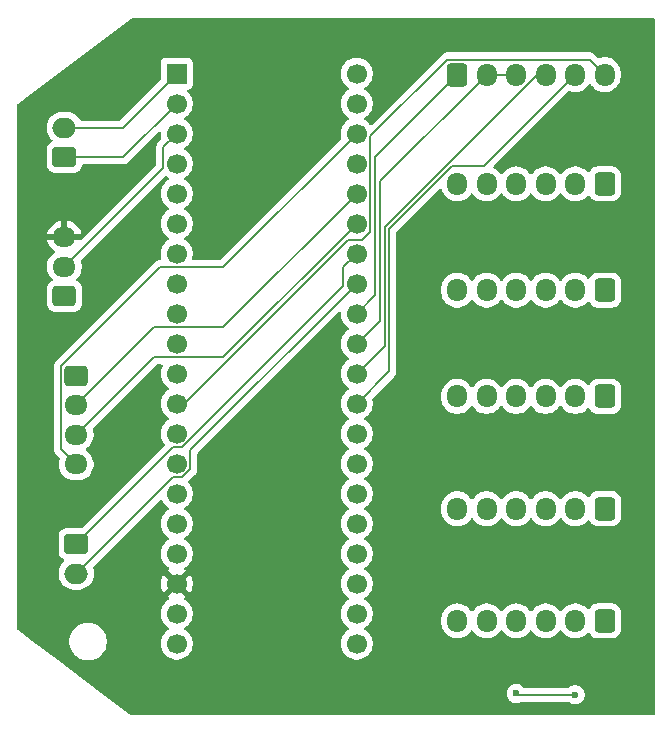
<source format=gbr>
%TF.GenerationSoftware,KiCad,Pcbnew,9.0.5*%
%TF.CreationDate,2026-01-17T00:35:45+01:00*%
%TF.ProjectId,replicazeron_stm,7265706c-6963-4617-9a65-726f6e5f7374,rev?*%
%TF.SameCoordinates,Original*%
%TF.FileFunction,Copper,L1,Top*%
%TF.FilePolarity,Positive*%
%FSLAX46Y46*%
G04 Gerber Fmt 4.6, Leading zero omitted, Abs format (unit mm)*
G04 Created by KiCad (PCBNEW 9.0.5) date 2026-01-17 00:35:45*
%MOMM*%
%LPD*%
G01*
G04 APERTURE LIST*
G04 Aperture macros list*
%AMRoundRect*
0 Rectangle with rounded corners*
0 $1 Rounding radius*
0 $2 $3 $4 $5 $6 $7 $8 $9 X,Y pos of 4 corners*
0 Add a 4 corners polygon primitive as box body*
4,1,4,$2,$3,$4,$5,$6,$7,$8,$9,$2,$3,0*
0 Add four circle primitives for the rounded corners*
1,1,$1+$1,$2,$3*
1,1,$1+$1,$4,$5*
1,1,$1+$1,$6,$7*
1,1,$1+$1,$8,$9*
0 Add four rect primitives between the rounded corners*
20,1,$1+$1,$2,$3,$4,$5,0*
20,1,$1+$1,$4,$5,$6,$7,0*
20,1,$1+$1,$6,$7,$8,$9,0*
20,1,$1+$1,$8,$9,$2,$3,0*%
G04 Aperture macros list end*
%TA.AperFunction,ComponentPad*%
%ADD10O,2.000000X1.700000*%
%TD*%
%TA.AperFunction,ComponentPad*%
%ADD11RoundRect,0.250000X-0.750000X0.600000X-0.750000X-0.600000X0.750000X-0.600000X0.750000X0.600000X0*%
%TD*%
%TA.AperFunction,ComponentPad*%
%ADD12RoundRect,0.250000X0.750000X-0.600000X0.750000X0.600000X-0.750000X0.600000X-0.750000X-0.600000X0*%
%TD*%
%TA.AperFunction,ComponentPad*%
%ADD13RoundRect,0.250000X0.600000X0.725000X-0.600000X0.725000X-0.600000X-0.725000X0.600000X-0.725000X0*%
%TD*%
%TA.AperFunction,ComponentPad*%
%ADD14O,1.700000X1.950000*%
%TD*%
%TA.AperFunction,ComponentPad*%
%ADD15RoundRect,0.250000X-0.725000X0.600000X-0.725000X-0.600000X0.725000X-0.600000X0.725000X0.600000X0*%
%TD*%
%TA.AperFunction,ComponentPad*%
%ADD16O,1.950000X1.700000*%
%TD*%
%TA.AperFunction,ComponentPad*%
%ADD17RoundRect,0.250000X-0.600000X-0.725000X0.600000X-0.725000X0.600000X0.725000X-0.600000X0.725000X0*%
%TD*%
%TA.AperFunction,ComponentPad*%
%ADD18RoundRect,0.250000X0.725000X-0.600000X0.725000X0.600000X-0.725000X0.600000X-0.725000X-0.600000X0*%
%TD*%
%TA.AperFunction,ComponentPad*%
%ADD19R,1.700000X1.700000*%
%TD*%
%TA.AperFunction,ComponentPad*%
%ADD20C,1.700000*%
%TD*%
%TA.AperFunction,ViaPad*%
%ADD21C,0.600000*%
%TD*%
%TA.AperFunction,Conductor*%
%ADD22C,0.200000*%
%TD*%
G04 APERTURE END LIST*
D10*
%TO.P,J7_Stick1,2,Pin_2*%
%TO.N,axis_1*%
X73000000Y-85000000D03*
D11*
%TO.P,J7_Stick1,1,Pin_1*%
%TO.N,axis_0*%
X73000000Y-82500000D03*
%TD*%
D12*
%TO.P,J8_LED1,1,Pin_1*%
%TO.N,led0*%
X72000000Y-49750000D03*
D10*
%TO.P,J8_LED1,2,Pin_2*%
%TO.N,led1*%
X72000000Y-47250000D03*
%TD*%
D13*
%TO.P,J5_Ring1,1,Pin_1*%
%TO.N,Net-(D12-A)*%
X117750000Y-52000000D03*
D14*
%TO.P,J5_Ring1,2,Pin_2*%
%TO.N,Net-(D11-A)*%
X115250000Y-52000000D03*
%TO.P,J5_Ring1,3,Pin_3*%
%TO.N,Net-(D10-A)*%
X112750000Y-52000000D03*
%TO.P,J5_Ring1,4,Pin_4*%
%TO.N,Net-(D9-A)*%
X110250000Y-52000000D03*
%TO.P,J5_Ring1,5,Pin_5*%
%TO.N,Net-(D8-A)*%
X107750000Y-52000000D03*
%TO.P,J5_Ring1,6,Pin_6*%
%TO.N,Net-(D7-A)*%
X105250000Y-52000000D03*
%TD*%
D15*
%TO.P,J10,1,Pin_1*%
%TO.N,GND*%
X73000000Y-68250000D03*
D16*
%TO.P,J10,2,Pin_2*%
%TO.N,i2c_sda*%
X73000000Y-70750000D03*
%TO.P,J10,3,Pin_3*%
%TO.N,i2c_scl*%
X73000000Y-73250000D03*
%TO.P,J10,4,Pin_4*%
%TO.N,+3.3V*%
X73000000Y-75750000D03*
%TD*%
D13*
%TO.P,J6_Pinky1,1,Pin_1*%
%TO.N,Net-(D6-A)*%
X117750000Y-61000000D03*
D14*
%TO.P,J6_Pinky1,2,Pin_2*%
%TO.N,Net-(D5-A)*%
X115250000Y-61000000D03*
%TO.P,J6_Pinky1,3,Pin_3*%
%TO.N,Net-(D4-A)*%
X112750000Y-61000000D03*
%TO.P,J6_Pinky1,4,Pin_4*%
%TO.N,Net-(D3-A)*%
X110250000Y-61000000D03*
%TO.P,J6_Pinky1,5,Pin_5*%
%TO.N,Net-(D2-A)*%
X107750000Y-61000000D03*
%TO.P,J6_Pinky1,6,Pin_6*%
%TO.N,Net-(D1-A)*%
X105250000Y-61000000D03*
%TD*%
D17*
%TO.P,J1_Col1,1,Pin_1*%
%TO.N,col_0*%
X105250000Y-42750000D03*
D14*
%TO.P,J1_Col1,2,Pin_2*%
%TO.N,col_1*%
X107750000Y-42750000D03*
%TO.P,J1_Col1,3,Pin_3*%
X110250000Y-42750000D03*
%TO.P,J1_Col1,4,Pin_4*%
%TO.N,col_2*%
X112750000Y-42750000D03*
%TO.P,J1_Col1,5,Pin_5*%
%TO.N,col_3*%
X115250000Y-42750000D03*
%TO.P,J1_Col1,6,Pin_6*%
%TO.N,col_4*%
X117750000Y-42750000D03*
%TD*%
D13*
%TO.P,J3_Index1,1,Pin_1*%
%TO.N,Net-(D24-A)*%
X117750000Y-79500000D03*
D14*
%TO.P,J3_Index1,2,Pin_2*%
%TO.N,Net-(D23-A)*%
X115250000Y-79500000D03*
%TO.P,J3_Index1,3,Pin_3*%
%TO.N,Net-(D22-A)*%
X112750000Y-79500000D03*
%TO.P,J3_Index1,4,Pin_4*%
%TO.N,Net-(D21-A)*%
X110250000Y-79500000D03*
%TO.P,J3_Index1,5,Pin_5*%
%TO.N,Net-(D20-A)*%
X107750000Y-79500000D03*
%TO.P,J3_Index1,6,Pin_6*%
%TO.N,Net-(D19-A)*%
X105250000Y-79500000D03*
%TD*%
D18*
%TO.P,J9,1,Pin_1*%
%TO.N,GND*%
X72000000Y-61500000D03*
D16*
%TO.P,J9,2,Pin_2*%
%TO.N,ws2812*%
X72000000Y-59000000D03*
%TO.P,J9,3,Pin_3*%
%TO.N,+5V*%
X72000000Y-56500000D03*
%TD*%
D19*
%TO.P,U2,1,PB12*%
%TO.N,led1*%
X81510000Y-42670000D03*
D20*
%TO.P,U2,2,PB13*%
%TO.N,led0*%
X81510000Y-45210000D03*
%TO.P,U2,3,PB14*%
%TO.N,ws2812*%
X81510000Y-47750000D03*
%TO.P,U2,4,PB15*%
%TO.N,row_4*%
X81510000Y-50290000D03*
%TO.P,U2,5,PA8*%
%TO.N,row_1*%
X81510000Y-52830000D03*
%TO.P,U2,6,PA9*%
%TO.N,row_2*%
X81510000Y-55370000D03*
%TO.P,U2,7,PA10*%
%TO.N,row_3*%
X81510000Y-57910000D03*
%TO.P,U2,8,PA11*%
%TO.N,unconnected-(U2-PA11-Pad8)*%
X81510000Y-60450000D03*
%TO.P,U2,9,PA12*%
%TO.N,unconnected-(U2-PA12-Pad9)*%
X81510000Y-62990000D03*
%TO.P,U2,10,PA15*%
%TO.N,row_0*%
X81510000Y-65530000D03*
%TO.P,U2,11,PB3*%
%TO.N,row_5*%
X81510000Y-68070000D03*
%TO.P,U2,12,PB4*%
%TO.N,col_4*%
X81510000Y-70610000D03*
%TO.P,U2,13,PB5*%
%TO.N,unconnected-(U2-PB5-Pad13)*%
X81510000Y-73150000D03*
%TO.P,U2,14,PB6*%
%TO.N,unconnected-(U2-PB6-Pad14)*%
X81510000Y-75690000D03*
%TO.P,U2,15,PB7*%
%TO.N,unconnected-(U2-PB7-Pad15)*%
X81510000Y-78230000D03*
%TO.P,U2,16,PB8*%
%TO.N,unconnected-(U2-PB8-Pad16)*%
X81510000Y-80770000D03*
%TO.P,U2,17,PB9*%
%TO.N,unconnected-(U2-PB9-Pad17)*%
X81510000Y-83310000D03*
%TO.P,U2,18,5V*%
%TO.N,+5V*%
X81510000Y-85850000D03*
%TO.P,U2,19,GND*%
%TO.N,GND*%
X81510000Y-88390000D03*
%TO.P,U2,20,3V3*%
%TO.N,+3.3V*%
X81510000Y-90930000D03*
%TO.P,U2,21,VBat*%
%TO.N,unconnected-(U2-VBat-Pad21)*%
X96750000Y-90930000D03*
%TO.P,U2,22,PC13*%
%TO.N,unconnected-(U2-PC13-Pad22)*%
X96750000Y-88390000D03*
%TO.P,U2,23,PC14*%
%TO.N,unconnected-(U2-PC14-Pad23)*%
X96750000Y-85850000D03*
%TO.P,U2,24,PC15*%
%TO.N,unconnected-(U2-PC15-Pad24)*%
X96750000Y-83310000D03*
%TO.P,U2,25,PA0*%
%TO.N,unconnected-(U2-PA0-Pad25)*%
X96750000Y-80770000D03*
%TO.P,U2,26,PA1*%
%TO.N,unconnected-(U2-PA1-Pad26)*%
X96750000Y-78230000D03*
%TO.P,U2,27,PA2*%
%TO.N,unconnected-(U2-PA2-Pad27)*%
X96750000Y-75690000D03*
%TO.P,U2,28,PA3*%
%TO.N,unconnected-(U2-PA3-Pad28)*%
X96750000Y-73150000D03*
%TO.P,U2,29,PA4*%
%TO.N,col_3*%
X96750000Y-70610000D03*
%TO.P,U2,30,PA5*%
%TO.N,col_2*%
X96750000Y-68070000D03*
%TO.P,U2,31,PA6*%
%TO.N,col_1*%
X96750000Y-65530000D03*
%TO.P,U2,32,PA7*%
%TO.N,col_0*%
X96750000Y-62990000D03*
%TO.P,U2,33,PB0*%
%TO.N,axis_1*%
X96750000Y-60450000D03*
%TO.P,U2,34,PB1*%
%TO.N,axis_0*%
X96750000Y-57910000D03*
%TO.P,U2,35,PB10*%
%TO.N,i2c_scl*%
X96750000Y-55370000D03*
%TO.P,U2,36,PB11*%
%TO.N,i2c_sda*%
X96750000Y-52830000D03*
%TO.P,U2,37,RST*%
%TO.N,unconnected-(U2-RST-Pad37)*%
X96750000Y-50290000D03*
%TO.P,U2,38,3V3*%
%TO.N,+3.3V*%
X96750000Y-47750000D03*
%TO.P,U2,39,GND*%
%TO.N,GND*%
X96750000Y-45210000D03*
%TO.P,U2,40,GND*%
X96750000Y-42670000D03*
%TD*%
D13*
%TO.P,J2_Thumb1,1,Pin_1*%
%TO.N,Net-(D30-A)*%
X117750000Y-89000000D03*
D14*
%TO.P,J2_Thumb1,2,Pin_2*%
%TO.N,Net-(D29-A)*%
X115250000Y-89000000D03*
%TO.P,J2_Thumb1,3,Pin_3*%
%TO.N,Net-(D28-A)*%
X112750000Y-89000000D03*
%TO.P,J2_Thumb1,4,Pin_4*%
%TO.N,Net-(D27-A)*%
X110250000Y-89000000D03*
%TO.P,J2_Thumb1,5,Pin_5*%
%TO.N,Net-(D26-A)*%
X107750000Y-89000000D03*
%TO.P,J2_Thumb1,6,Pin_6*%
%TO.N,Net-(D25-A)*%
X105250000Y-89000000D03*
%TD*%
D13*
%TO.P,J4_Mid1,1,Pin_1*%
%TO.N,Net-(D18-A)*%
X117750000Y-70000000D03*
D14*
%TO.P,J4_Mid1,2,Pin_2*%
%TO.N,Net-(D17-A)*%
X115250000Y-70000000D03*
%TO.P,J4_Mid1,3,Pin_3*%
%TO.N,Net-(D16-A)*%
X112750000Y-70000000D03*
%TO.P,J4_Mid1,4,Pin_4*%
%TO.N,Net-(D15-A)*%
X110250000Y-70000000D03*
%TO.P,J4_Mid1,5,Pin_5*%
%TO.N,Net-(D14-A)*%
X107750000Y-70000000D03*
%TO.P,J4_Mid1,6,Pin_6*%
%TO.N,Net-(D13-A)*%
X105250000Y-70000000D03*
%TD*%
D21*
%TO.N,row_0*%
X110250000Y-95150000D03*
X115250000Y-95250000D03*
%TD*%
D22*
%TO.N,+3.3V*%
X85439000Y-59061000D02*
X96750000Y-47750000D01*
X80077840Y-59061000D02*
X85439000Y-59061000D01*
X71724000Y-67414840D02*
X80077840Y-59061000D01*
X71724000Y-74474000D02*
X71724000Y-67414840D01*
X73000000Y-75750000D02*
X71724000Y-74474000D01*
%TO.N,axis_1*%
X82661000Y-74539000D02*
X96750000Y-60450000D01*
X82661000Y-76166760D02*
X82661000Y-74539000D01*
X81159000Y-76841000D02*
X81986760Y-76841000D01*
X73000000Y-85000000D02*
X81159000Y-76841000D01*
X81986760Y-76841000D02*
X82661000Y-76166760D01*
%TO.N,col_3*%
X99505000Y-67855000D02*
X96750000Y-70610000D01*
X99505000Y-55812100D02*
X99505000Y-67855000D01*
X104817100Y-50500000D02*
X99505000Y-55812100D01*
X107500000Y-50500000D02*
X104817100Y-50500000D01*
X115250000Y-42750000D02*
X107500000Y-50500000D01*
%TO.N,col_0*%
X98302000Y-61438000D02*
X96750000Y-62990000D01*
X98302000Y-49698000D02*
X98302000Y-61438000D01*
X105250000Y-42750000D02*
X98302000Y-49698000D01*
%TO.N,col_1*%
X98703000Y-63577000D02*
X96750000Y-65530000D01*
X107750000Y-42750000D02*
X98703000Y-51797000D01*
X98703000Y-51797000D02*
X98703000Y-63577000D01*
%TO.N,col_2*%
X99104000Y-65716000D02*
X96750000Y-68070000D01*
X99104000Y-55646000D02*
X99104000Y-65716000D01*
X110726760Y-44026000D02*
X110724000Y-44026000D01*
X111401000Y-43351760D02*
X110726760Y-44026000D01*
X111401000Y-43349000D02*
X111401000Y-43351760D01*
X112000000Y-42750000D02*
X111401000Y-43349000D01*
X112750000Y-42750000D02*
X112000000Y-42750000D01*
X110724000Y-44026000D02*
X99104000Y-55646000D01*
%TO.N,col_1*%
X110250000Y-42750000D02*
X107750000Y-42750000D01*
%TO.N,col_4*%
X82140000Y-70610000D02*
X81510000Y-70610000D01*
X97226760Y-56759000D02*
X95991000Y-56759000D01*
X97901000Y-56084760D02*
X97226760Y-56759000D01*
X97901000Y-47987840D02*
X97901000Y-56084760D01*
X95991000Y-56759000D02*
X82140000Y-70610000D01*
X104414840Y-41474000D02*
X97901000Y-47987840D01*
X116474000Y-41474000D02*
X104414840Y-41474000D01*
X117750000Y-42750000D02*
X116474000Y-41474000D01*
%TO.N,row_0*%
X110350000Y-95250000D02*
X110250000Y-95150000D01*
X115250000Y-95250000D02*
X110350000Y-95250000D01*
%TO.N,axis_0*%
X95599000Y-59061000D02*
X96750000Y-57910000D01*
X95599000Y-60688760D02*
X95599000Y-59061000D01*
X81986760Y-74301000D02*
X95599000Y-60688760D01*
X81199000Y-74301000D02*
X81986760Y-74301000D01*
X73000000Y-82500000D02*
X81199000Y-74301000D01*
%TO.N,i2c_scl*%
X85439000Y-66681000D02*
X96750000Y-55370000D01*
X79569000Y-66681000D02*
X85439000Y-66681000D01*
X73000000Y-73250000D02*
X79569000Y-66681000D01*
%TO.N,i2c_sda*%
X79609000Y-64141000D02*
X85439000Y-64141000D01*
X85439000Y-64141000D02*
X96750000Y-52830000D01*
X73000000Y-70750000D02*
X79609000Y-64141000D01*
%TO.N,ws2812*%
X80359000Y-50641000D02*
X80359000Y-48901000D01*
X80359000Y-48901000D02*
X81510000Y-47750000D01*
X72000000Y-59000000D02*
X80359000Y-50641000D01*
%TO.N,led0*%
X72000000Y-49750000D02*
X76970000Y-49750000D01*
X76970000Y-49750000D02*
X81510000Y-45210000D01*
%TO.N,led1*%
X76930000Y-47250000D02*
X81510000Y-42670000D01*
X72000000Y-47250000D02*
X76930000Y-47250000D01*
%TD*%
%TA.AperFunction,Conductor*%
%TO.N,+5V*%
G36*
X121942539Y-38020185D02*
G01*
X121988294Y-38072989D01*
X121999500Y-38124500D01*
X121999500Y-96875500D01*
X121979815Y-96942539D01*
X121927011Y-96988294D01*
X121875500Y-96999500D01*
X77708167Y-96999500D01*
X77641128Y-96979815D01*
X77633767Y-96974700D01*
X77501500Y-96875500D01*
X75095704Y-95071153D01*
X109449500Y-95071153D01*
X109449500Y-95228846D01*
X109480261Y-95383489D01*
X109480264Y-95383501D01*
X109540602Y-95529172D01*
X109540609Y-95529185D01*
X109628210Y-95660288D01*
X109628213Y-95660292D01*
X109739707Y-95771786D01*
X109739711Y-95771789D01*
X109870814Y-95859390D01*
X109870827Y-95859397D01*
X110016498Y-95919735D01*
X110016503Y-95919737D01*
X110171153Y-95950499D01*
X110171156Y-95950500D01*
X110171158Y-95950500D01*
X110328844Y-95950500D01*
X110328845Y-95950499D01*
X110483497Y-95919737D01*
X110600199Y-95871398D01*
X110627864Y-95859939D01*
X110675316Y-95850500D01*
X114670234Y-95850500D01*
X114737273Y-95870185D01*
X114739125Y-95871398D01*
X114870814Y-95959390D01*
X114870827Y-95959397D01*
X115016498Y-96019735D01*
X115016503Y-96019737D01*
X115171153Y-96050499D01*
X115171156Y-96050500D01*
X115171158Y-96050500D01*
X115328844Y-96050500D01*
X115328845Y-96050499D01*
X115483497Y-96019737D01*
X115629179Y-95959394D01*
X115760289Y-95871789D01*
X115871789Y-95760289D01*
X115959394Y-95629179D01*
X116019737Y-95483497D01*
X116050500Y-95328842D01*
X116050500Y-95171158D01*
X116050500Y-95171155D01*
X116050499Y-95171153D01*
X116049129Y-95164266D01*
X116019737Y-95016503D01*
X115978314Y-94916498D01*
X115959397Y-94870827D01*
X115959390Y-94870814D01*
X115871789Y-94739711D01*
X115871786Y-94739707D01*
X115760292Y-94628213D01*
X115760288Y-94628210D01*
X115629185Y-94540609D01*
X115629172Y-94540602D01*
X115483501Y-94480264D01*
X115483489Y-94480261D01*
X115328845Y-94449500D01*
X115328842Y-94449500D01*
X115171158Y-94449500D01*
X115171155Y-94449500D01*
X115016510Y-94480261D01*
X115016498Y-94480264D01*
X114870827Y-94540602D01*
X114870814Y-94540609D01*
X114739125Y-94628602D01*
X114672447Y-94649480D01*
X114670234Y-94649500D01*
X110932940Y-94649500D01*
X110865901Y-94629815D01*
X110845263Y-94613185D01*
X110760289Y-94528211D01*
X110760288Y-94528210D01*
X110760287Y-94528209D01*
X110629185Y-94440609D01*
X110629172Y-94440602D01*
X110483501Y-94380264D01*
X110483489Y-94380261D01*
X110328845Y-94349500D01*
X110328842Y-94349500D01*
X110171158Y-94349500D01*
X110171155Y-94349500D01*
X110016510Y-94380261D01*
X110016498Y-94380264D01*
X109870827Y-94440602D01*
X109870814Y-94440609D01*
X109739711Y-94528210D01*
X109739707Y-94528213D01*
X109628213Y-94639707D01*
X109628210Y-94639711D01*
X109540609Y-94770814D01*
X109540602Y-94770827D01*
X109480264Y-94916498D01*
X109480261Y-94916510D01*
X109449500Y-95071153D01*
X75095704Y-95071153D01*
X71468167Y-92350500D01*
X69291989Y-90718366D01*
X69166218Y-90624038D01*
X72399500Y-90624038D01*
X72399500Y-90875961D01*
X72438910Y-91124785D01*
X72516760Y-91364383D01*
X72631132Y-91588848D01*
X72779201Y-91792649D01*
X72779205Y-91792654D01*
X72957345Y-91970794D01*
X72957350Y-91970798D01*
X73114603Y-92085048D01*
X73161155Y-92118870D01*
X73304184Y-92191747D01*
X73385616Y-92233239D01*
X73385618Y-92233239D01*
X73385621Y-92233241D01*
X73625215Y-92311090D01*
X73874038Y-92350500D01*
X73874039Y-92350500D01*
X74125961Y-92350500D01*
X74125962Y-92350500D01*
X74374785Y-92311090D01*
X74614379Y-92233241D01*
X74838845Y-92118870D01*
X75042656Y-91970793D01*
X75220793Y-91792656D01*
X75368870Y-91588845D01*
X75483241Y-91364379D01*
X75561090Y-91124785D01*
X75600500Y-90875962D01*
X75600500Y-90624038D01*
X75561090Y-90375215D01*
X75483241Y-90135621D01*
X75483239Y-90135618D01*
X75483239Y-90135616D01*
X75441747Y-90054184D01*
X75368870Y-89911155D01*
X75317323Y-89840206D01*
X75220798Y-89707350D01*
X75220794Y-89707345D01*
X75042654Y-89529205D01*
X75042649Y-89529201D01*
X74838848Y-89381132D01*
X74838847Y-89381131D01*
X74838845Y-89381130D01*
X74768747Y-89345413D01*
X74614383Y-89266760D01*
X74374785Y-89188910D01*
X74125962Y-89149500D01*
X73874038Y-89149500D01*
X73749626Y-89169205D01*
X73625214Y-89188910D01*
X73385616Y-89266760D01*
X73161151Y-89381132D01*
X72957350Y-89529201D01*
X72957345Y-89529205D01*
X72779205Y-89707345D01*
X72779201Y-89707350D01*
X72631132Y-89911151D01*
X72516760Y-90135616D01*
X72438910Y-90375214D01*
X72399500Y-90624038D01*
X69166218Y-90624038D01*
X68050100Y-89786949D01*
X68008279Y-89730978D01*
X68000500Y-89687749D01*
X68000500Y-47143713D01*
X70499500Y-47143713D01*
X70499500Y-47356287D01*
X70532754Y-47566243D01*
X70546486Y-47608507D01*
X70598444Y-47768414D01*
X70694951Y-47957820D01*
X70819890Y-48129786D01*
X70958705Y-48268601D01*
X70992190Y-48329924D01*
X70987206Y-48399616D01*
X70945334Y-48455549D01*
X70936121Y-48461821D01*
X70781342Y-48557289D01*
X70657289Y-48681342D01*
X70565187Y-48830663D01*
X70565186Y-48830666D01*
X70510001Y-48997203D01*
X70510001Y-48997204D01*
X70510000Y-48997204D01*
X70499500Y-49099983D01*
X70499500Y-50400001D01*
X70499501Y-50400018D01*
X70510000Y-50502796D01*
X70510001Y-50502799D01*
X70565185Y-50669331D01*
X70565187Y-50669336D01*
X70575797Y-50686538D01*
X70657288Y-50818656D01*
X70781344Y-50942712D01*
X70930666Y-51034814D01*
X71097203Y-51089999D01*
X71199991Y-51100500D01*
X72800008Y-51100499D01*
X72902797Y-51089999D01*
X73069334Y-51034814D01*
X73218656Y-50942712D01*
X73342712Y-50818656D01*
X73434814Y-50669334D01*
X73489999Y-50502797D01*
X73494177Y-50461896D01*
X73520573Y-50397207D01*
X73577753Y-50357055D01*
X73617535Y-50350500D01*
X76883331Y-50350500D01*
X76883347Y-50350501D01*
X76890943Y-50350501D01*
X77049054Y-50350501D01*
X77049057Y-50350501D01*
X77201785Y-50309577D01*
X77273424Y-50268216D01*
X77338716Y-50230520D01*
X77450520Y-50118716D01*
X77450520Y-50118714D01*
X77460724Y-50108511D01*
X77460727Y-50108506D01*
X79947820Y-47621413D01*
X80009142Y-47587930D01*
X80078834Y-47592914D01*
X80134767Y-47634786D01*
X80159184Y-47700250D01*
X80159500Y-47709096D01*
X80159500Y-47856286D01*
X80192754Y-48066244D01*
X80192754Y-48066247D01*
X80206491Y-48108523D01*
X80208486Y-48178364D01*
X80176241Y-48234522D01*
X79993092Y-48417671D01*
X79993084Y-48417679D01*
X79990286Y-48420478D01*
X79990284Y-48420480D01*
X79878480Y-48532284D01*
X79858295Y-48567246D01*
X79799423Y-48669215D01*
X79758499Y-48821943D01*
X79758499Y-48821945D01*
X79758499Y-48990046D01*
X79758500Y-48990059D01*
X79758500Y-50340902D01*
X79738815Y-50407941D01*
X79722181Y-50428583D01*
X73437083Y-56713681D01*
X73375760Y-56747166D01*
X73349402Y-56750000D01*
X72404146Y-56750000D01*
X72442630Y-56683343D01*
X72475000Y-56562535D01*
X72475000Y-56437465D01*
X72442630Y-56316657D01*
X72404146Y-56250000D01*
X73452231Y-56250000D01*
X73441757Y-56183873D01*
X73441757Y-56183870D01*
X73376095Y-55981782D01*
X73279620Y-55792442D01*
X73154727Y-55620540D01*
X73154723Y-55620535D01*
X73004464Y-55470276D01*
X73004459Y-55470272D01*
X72832557Y-55345379D01*
X72643217Y-55248904D01*
X72441128Y-55183242D01*
X72250000Y-55152969D01*
X72250000Y-56095854D01*
X72183343Y-56057370D01*
X72062535Y-56025000D01*
X71937465Y-56025000D01*
X71816657Y-56057370D01*
X71750000Y-56095854D01*
X71750000Y-55152969D01*
X71558872Y-55183242D01*
X71558869Y-55183242D01*
X71356782Y-55248904D01*
X71167442Y-55345379D01*
X70995540Y-55470272D01*
X70995535Y-55470276D01*
X70845276Y-55620535D01*
X70845272Y-55620540D01*
X70720379Y-55792442D01*
X70623904Y-55981782D01*
X70558242Y-56183870D01*
X70558242Y-56183873D01*
X70547769Y-56250000D01*
X71595854Y-56250000D01*
X71557370Y-56316657D01*
X71525000Y-56437465D01*
X71525000Y-56562535D01*
X71557370Y-56683343D01*
X71595854Y-56750000D01*
X70547769Y-56750000D01*
X70558242Y-56816126D01*
X70558242Y-56816129D01*
X70623904Y-57018217D01*
X70720379Y-57207557D01*
X70845272Y-57379459D01*
X70845276Y-57379464D01*
X70995535Y-57529723D01*
X70995540Y-57529727D01*
X71160218Y-57649372D01*
X71202884Y-57704701D01*
X71208863Y-57774315D01*
X71176258Y-57836110D01*
X71160218Y-57850008D01*
X70995214Y-57969890D01*
X70995209Y-57969894D01*
X70844890Y-58120213D01*
X70719951Y-58292179D01*
X70623444Y-58481585D01*
X70557753Y-58683760D01*
X70524500Y-58893713D01*
X70524500Y-59106286D01*
X70557753Y-59316239D01*
X70623444Y-59518414D01*
X70719951Y-59707820D01*
X70844890Y-59879786D01*
X70983705Y-60018601D01*
X71017190Y-60079924D01*
X71012206Y-60149616D01*
X70970334Y-60205549D01*
X70961121Y-60211821D01*
X70806342Y-60307289D01*
X70682289Y-60431342D01*
X70590187Y-60580663D01*
X70590186Y-60580666D01*
X70535001Y-60747203D01*
X70535001Y-60747204D01*
X70535000Y-60747204D01*
X70524500Y-60849983D01*
X70524500Y-62150001D01*
X70524501Y-62150018D01*
X70535000Y-62252796D01*
X70535001Y-62252799D01*
X70576010Y-62376555D01*
X70590186Y-62419334D01*
X70682288Y-62568656D01*
X70806344Y-62692712D01*
X70955666Y-62784814D01*
X71122203Y-62839999D01*
X71224991Y-62850500D01*
X72775008Y-62850499D01*
X72877797Y-62839999D01*
X73044334Y-62784814D01*
X73193656Y-62692712D01*
X73317712Y-62568656D01*
X73409814Y-62419334D01*
X73464999Y-62252797D01*
X73475500Y-62150009D01*
X73475499Y-60849992D01*
X73464999Y-60747203D01*
X73409814Y-60580666D01*
X73317712Y-60431344D01*
X73193656Y-60307288D01*
X73044334Y-60215186D01*
X73044333Y-60215185D01*
X73038878Y-60211821D01*
X72992154Y-60159873D01*
X72980931Y-60090910D01*
X73008775Y-60026828D01*
X73016272Y-60018623D01*
X73155104Y-59879792D01*
X73280051Y-59707816D01*
X73376557Y-59518412D01*
X73442246Y-59316243D01*
X73475500Y-59106287D01*
X73475500Y-58893713D01*
X73442246Y-58683757D01*
X73397851Y-58547126D01*
X73395857Y-58477290D01*
X73428100Y-58421133D01*
X80496779Y-51352454D01*
X80558100Y-51318971D01*
X80627792Y-51323955D01*
X80657343Y-51339819D01*
X80802182Y-51445050D01*
X80810946Y-51449516D01*
X80861742Y-51497491D01*
X80878536Y-51565312D01*
X80855998Y-51631447D01*
X80810946Y-51670484D01*
X80802182Y-51674949D01*
X80630213Y-51799890D01*
X80479890Y-51950213D01*
X80354951Y-52122179D01*
X80258444Y-52311585D01*
X80192753Y-52513760D01*
X80159500Y-52723713D01*
X80159500Y-52936286D01*
X80176612Y-53044331D01*
X80192754Y-53146243D01*
X80248467Y-53317710D01*
X80258444Y-53348414D01*
X80354951Y-53537820D01*
X80479890Y-53709786D01*
X80630213Y-53860109D01*
X80802182Y-53985050D01*
X80810946Y-53989516D01*
X80861742Y-54037491D01*
X80878536Y-54105312D01*
X80855998Y-54171447D01*
X80810946Y-54210484D01*
X80802182Y-54214949D01*
X80630213Y-54339890D01*
X80479890Y-54490213D01*
X80354951Y-54662179D01*
X80258444Y-54851585D01*
X80192753Y-55053760D01*
X80159500Y-55263713D01*
X80159500Y-55476286D01*
X80182347Y-55620540D01*
X80192754Y-55686243D01*
X80247431Y-55854522D01*
X80258444Y-55888414D01*
X80354951Y-56077820D01*
X80479890Y-56249786D01*
X80630213Y-56400109D01*
X80802182Y-56525050D01*
X80810946Y-56529516D01*
X80861742Y-56577491D01*
X80878536Y-56645312D01*
X80855998Y-56711447D01*
X80810946Y-56750484D01*
X80802182Y-56754949D01*
X80630213Y-56879890D01*
X80479890Y-57030213D01*
X80354951Y-57202179D01*
X80258444Y-57391585D01*
X80192753Y-57593760D01*
X80175182Y-57704701D01*
X80159500Y-57803713D01*
X80159500Y-58016287D01*
X80192754Y-58226243D01*
X80216129Y-58298182D01*
X80218124Y-58368021D01*
X80182044Y-58427854D01*
X80119344Y-58458683D01*
X80098198Y-58460499D01*
X79998783Y-58460499D01*
X79891427Y-58489265D01*
X79846050Y-58501424D01*
X79846049Y-58501425D01*
X79795936Y-58530359D01*
X79795935Y-58530360D01*
X79766887Y-58547131D01*
X79709125Y-58580479D01*
X79709122Y-58580481D01*
X71243481Y-67046122D01*
X71243475Y-67046130D01*
X71207786Y-67107947D01*
X71207786Y-67107949D01*
X71164423Y-67183054D01*
X71164423Y-67183055D01*
X71123499Y-67335783D01*
X71123499Y-67335785D01*
X71123499Y-67503886D01*
X71123500Y-67503899D01*
X71123500Y-74387330D01*
X71123499Y-74387348D01*
X71123499Y-74553054D01*
X71123498Y-74553054D01*
X71123499Y-74553057D01*
X71152125Y-74659890D01*
X71164424Y-74705787D01*
X71172569Y-74719894D01*
X71172570Y-74719896D01*
X71243477Y-74842712D01*
X71243481Y-74842717D01*
X71362349Y-74961585D01*
X71362355Y-74961590D01*
X71571897Y-75171132D01*
X71605382Y-75232455D01*
X71602147Y-75297131D01*
X71557753Y-75433760D01*
X71534003Y-75583713D01*
X71524500Y-75643713D01*
X71524500Y-75856287D01*
X71557754Y-76066243D01*
X71617842Y-76251175D01*
X71623444Y-76268414D01*
X71719951Y-76457820D01*
X71844890Y-76629786D01*
X71995213Y-76780109D01*
X72167179Y-76905048D01*
X72167181Y-76905049D01*
X72167184Y-76905051D01*
X72356588Y-77001557D01*
X72558757Y-77067246D01*
X72768713Y-77100500D01*
X72768714Y-77100500D01*
X73231286Y-77100500D01*
X73231287Y-77100500D01*
X73441243Y-77067246D01*
X73643412Y-77001557D01*
X73832816Y-76905051D01*
X73909257Y-76849514D01*
X74004786Y-76780109D01*
X74004788Y-76780106D01*
X74004792Y-76780104D01*
X74155104Y-76629792D01*
X74155106Y-76629788D01*
X74155109Y-76629786D01*
X74280048Y-76457820D01*
X74280047Y-76457820D01*
X74280051Y-76457816D01*
X74376557Y-76268412D01*
X74442246Y-76066243D01*
X74475500Y-75856287D01*
X74475500Y-75643713D01*
X74442246Y-75433757D01*
X74376557Y-75231588D01*
X74280051Y-75042184D01*
X74280049Y-75042181D01*
X74280048Y-75042179D01*
X74155109Y-74870213D01*
X74004792Y-74719896D01*
X73985370Y-74705785D01*
X73840204Y-74600316D01*
X73797540Y-74544989D01*
X73791561Y-74475376D01*
X73824166Y-74413580D01*
X73840199Y-74399686D01*
X74004792Y-74280104D01*
X74155104Y-74129792D01*
X74155106Y-74129788D01*
X74155109Y-74129786D01*
X74280048Y-73957820D01*
X74280047Y-73957820D01*
X74280051Y-73957816D01*
X74376557Y-73768412D01*
X74442246Y-73566243D01*
X74475500Y-73356287D01*
X74475500Y-73143713D01*
X74442246Y-72933757D01*
X74397851Y-72797126D01*
X74395857Y-72727290D01*
X74428100Y-72671133D01*
X79781416Y-67317819D01*
X79842739Y-67284334D01*
X79869097Y-67281500D01*
X80193710Y-67281500D01*
X80260749Y-67301185D01*
X80306504Y-67353989D01*
X80316448Y-67423147D01*
X80304195Y-67461795D01*
X80258444Y-67551585D01*
X80192753Y-67753760D01*
X80159500Y-67963713D01*
X80159500Y-68176286D01*
X80186337Y-68345732D01*
X80192754Y-68386243D01*
X80248481Y-68557753D01*
X80258444Y-68588414D01*
X80354951Y-68777820D01*
X80479890Y-68949786D01*
X80630213Y-69100109D01*
X80802182Y-69225050D01*
X80810946Y-69229516D01*
X80861742Y-69277491D01*
X80878536Y-69345312D01*
X80855998Y-69411447D01*
X80810946Y-69450484D01*
X80802182Y-69454949D01*
X80630213Y-69579890D01*
X80479890Y-69730213D01*
X80354951Y-69902179D01*
X80258444Y-70091585D01*
X80192753Y-70293760D01*
X80170580Y-70433757D01*
X80159500Y-70503713D01*
X80159500Y-70716287D01*
X80163760Y-70743185D01*
X80185080Y-70877795D01*
X80192754Y-70926243D01*
X80231124Y-71044334D01*
X80258444Y-71128414D01*
X80354951Y-71317820D01*
X80479890Y-71489786D01*
X80630213Y-71640109D01*
X80802182Y-71765050D01*
X80810946Y-71769516D01*
X80861742Y-71817491D01*
X80878536Y-71885312D01*
X80855998Y-71951447D01*
X80810946Y-71990484D01*
X80802182Y-71994949D01*
X80630213Y-72119890D01*
X80479890Y-72270213D01*
X80354951Y-72442179D01*
X80258444Y-72631585D01*
X80192753Y-72833760D01*
X80159500Y-73043713D01*
X80159500Y-73256286D01*
X80192753Y-73466239D01*
X80258444Y-73668414D01*
X80354948Y-73857815D01*
X80477012Y-74025823D01*
X80500491Y-74091630D01*
X80484665Y-74159684D01*
X80464374Y-74186389D01*
X73537582Y-81113181D01*
X73476259Y-81146666D01*
X73449901Y-81149500D01*
X72199998Y-81149500D01*
X72199981Y-81149501D01*
X72097203Y-81160000D01*
X72097200Y-81160001D01*
X71930668Y-81215185D01*
X71930663Y-81215187D01*
X71781342Y-81307289D01*
X71657289Y-81431342D01*
X71565187Y-81580663D01*
X71565186Y-81580666D01*
X71510001Y-81747203D01*
X71510001Y-81747204D01*
X71510000Y-81747204D01*
X71499500Y-81849983D01*
X71499500Y-83150001D01*
X71499501Y-83150018D01*
X71510000Y-83252796D01*
X71510001Y-83252799D01*
X71565185Y-83419331D01*
X71565187Y-83419336D01*
X71657289Y-83568657D01*
X71781344Y-83692712D01*
X71936120Y-83788178D01*
X71982845Y-83840126D01*
X71994068Y-83909088D01*
X71966224Y-83973171D01*
X71958706Y-83981398D01*
X71819889Y-84120215D01*
X71694951Y-84292179D01*
X71598444Y-84481585D01*
X71532753Y-84683760D01*
X71499500Y-84893713D01*
X71499500Y-85106287D01*
X71532754Y-85316243D01*
X71576182Y-85449901D01*
X71598444Y-85518414D01*
X71694951Y-85707820D01*
X71819890Y-85879786D01*
X71970213Y-86030109D01*
X72142179Y-86155048D01*
X72142181Y-86155049D01*
X72142184Y-86155051D01*
X72331588Y-86251557D01*
X72533757Y-86317246D01*
X72743713Y-86350500D01*
X72743714Y-86350500D01*
X73256286Y-86350500D01*
X73256287Y-86350500D01*
X73466243Y-86317246D01*
X73668412Y-86251557D01*
X73857816Y-86155051D01*
X74012052Y-86042993D01*
X74029786Y-86030109D01*
X74029788Y-86030106D01*
X74029792Y-86030104D01*
X74180104Y-85879792D01*
X74180106Y-85879788D01*
X74180109Y-85879786D01*
X74305050Y-85707817D01*
X74317906Y-85682587D01*
X74317906Y-85682586D01*
X74330939Y-85657007D01*
X74401557Y-85518412D01*
X74467246Y-85316243D01*
X74500500Y-85106287D01*
X74500500Y-84893713D01*
X74467246Y-84683757D01*
X74416722Y-84528260D01*
X74414727Y-84458419D01*
X74446970Y-84402263D01*
X80084558Y-78764675D01*
X80145879Y-78731192D01*
X80215571Y-78736176D01*
X80271504Y-78778048D01*
X80282722Y-78796063D01*
X80354951Y-78937819D01*
X80479890Y-79109786D01*
X80630213Y-79260109D01*
X80802182Y-79385050D01*
X80810946Y-79389516D01*
X80861742Y-79437491D01*
X80878536Y-79505312D01*
X80855998Y-79571447D01*
X80810946Y-79610484D01*
X80802182Y-79614949D01*
X80630213Y-79739890D01*
X80479890Y-79890213D01*
X80354951Y-80062179D01*
X80258444Y-80251585D01*
X80192753Y-80453760D01*
X80160864Y-80655104D01*
X80159500Y-80663713D01*
X80159500Y-80876287D01*
X80159543Y-80876557D01*
X80173550Y-80964998D01*
X80192754Y-81086243D01*
X80234650Y-81215186D01*
X80258444Y-81288414D01*
X80354951Y-81477820D01*
X80479890Y-81649786D01*
X80630213Y-81800109D01*
X80802182Y-81925050D01*
X80810946Y-81929516D01*
X80861742Y-81977491D01*
X80878536Y-82045312D01*
X80855998Y-82111447D01*
X80810946Y-82150484D01*
X80802182Y-82154949D01*
X80630213Y-82279890D01*
X80479890Y-82430213D01*
X80354951Y-82602179D01*
X80258444Y-82791585D01*
X80192753Y-82993760D01*
X80159500Y-83203713D01*
X80159500Y-83416287D01*
X80192754Y-83626243D01*
X80214351Y-83692712D01*
X80258444Y-83828414D01*
X80354951Y-84017820D01*
X80479890Y-84189786D01*
X80630213Y-84340109D01*
X80802179Y-84465048D01*
X80802181Y-84465049D01*
X80802184Y-84465051D01*
X80811493Y-84469794D01*
X80862290Y-84517766D01*
X80879087Y-84585587D01*
X80856552Y-84651722D01*
X80811505Y-84690760D01*
X80802446Y-84695376D01*
X80802440Y-84695380D01*
X80748282Y-84734727D01*
X80748282Y-84734728D01*
X81380591Y-85367037D01*
X81317007Y-85384075D01*
X81202993Y-85449901D01*
X81109901Y-85542993D01*
X81044075Y-85657007D01*
X81027037Y-85720591D01*
X80394728Y-85088282D01*
X80394727Y-85088282D01*
X80355380Y-85142439D01*
X80258904Y-85331782D01*
X80193242Y-85533869D01*
X80193242Y-85533872D01*
X80160000Y-85743753D01*
X80160000Y-85956246D01*
X80193242Y-86166127D01*
X80193242Y-86166130D01*
X80258904Y-86368217D01*
X80355375Y-86557550D01*
X80394728Y-86611716D01*
X81027037Y-85979408D01*
X81044075Y-86042993D01*
X81109901Y-86157007D01*
X81202993Y-86250099D01*
X81317007Y-86315925D01*
X81380590Y-86332962D01*
X80748282Y-86965269D01*
X80748282Y-86965270D01*
X80802452Y-87004626D01*
X80802451Y-87004626D01*
X80811495Y-87009234D01*
X80862292Y-87057208D01*
X80879087Y-87125029D01*
X80856550Y-87191164D01*
X80811499Y-87230202D01*
X80802182Y-87234949D01*
X80630213Y-87359890D01*
X80479890Y-87510213D01*
X80354951Y-87682179D01*
X80258444Y-87871585D01*
X80192753Y-88073760D01*
X80159500Y-88283713D01*
X80159500Y-88496287D01*
X80192754Y-88706243D01*
X80199018Y-88725523D01*
X80258444Y-88908414D01*
X80354951Y-89097820D01*
X80479890Y-89269786D01*
X80630213Y-89420109D01*
X80802182Y-89545050D01*
X80810946Y-89549516D01*
X80861742Y-89597491D01*
X80878536Y-89665312D01*
X80855998Y-89731447D01*
X80810946Y-89770484D01*
X80802182Y-89774949D01*
X80630213Y-89899890D01*
X80479890Y-90050213D01*
X80354951Y-90222179D01*
X80258444Y-90411585D01*
X80192753Y-90613760D01*
X80176185Y-90718366D01*
X80159500Y-90823713D01*
X80159500Y-91036287D01*
X80192754Y-91246243D01*
X80231140Y-91364383D01*
X80258444Y-91448414D01*
X80354951Y-91637820D01*
X80479890Y-91809786D01*
X80630213Y-91960109D01*
X80802179Y-92085048D01*
X80802181Y-92085049D01*
X80802184Y-92085051D01*
X80991588Y-92181557D01*
X81193757Y-92247246D01*
X81403713Y-92280500D01*
X81403714Y-92280500D01*
X81616286Y-92280500D01*
X81616287Y-92280500D01*
X81826243Y-92247246D01*
X82028412Y-92181557D01*
X82217816Y-92085051D01*
X82239789Y-92069086D01*
X82389786Y-91960109D01*
X82389788Y-91960106D01*
X82389792Y-91960104D01*
X82540104Y-91809792D01*
X82540106Y-91809788D01*
X82540109Y-91809786D01*
X82665048Y-91637820D01*
X82665047Y-91637820D01*
X82665051Y-91637816D01*
X82761557Y-91448412D01*
X82827246Y-91246243D01*
X82860500Y-91036287D01*
X82860500Y-90823713D01*
X82827246Y-90613757D01*
X82761557Y-90411588D01*
X82665051Y-90222184D01*
X82665049Y-90222181D01*
X82665048Y-90222179D01*
X82540109Y-90050213D01*
X82389786Y-89899890D01*
X82217820Y-89774951D01*
X82217115Y-89774591D01*
X82209054Y-89770485D01*
X82158259Y-89722512D01*
X82141463Y-89654692D01*
X82163999Y-89588556D01*
X82209054Y-89549515D01*
X82217816Y-89545051D01*
X82239789Y-89529086D01*
X82389786Y-89420109D01*
X82389788Y-89420106D01*
X82389792Y-89420104D01*
X82540104Y-89269792D01*
X82540106Y-89269788D01*
X82540109Y-89269786D01*
X82665048Y-89097820D01*
X82665047Y-89097820D01*
X82665051Y-89097816D01*
X82761557Y-88908412D01*
X82827246Y-88706243D01*
X82860500Y-88496287D01*
X82860500Y-88283713D01*
X82827246Y-88073757D01*
X82761557Y-87871588D01*
X82665051Y-87682184D01*
X82665049Y-87682181D01*
X82665048Y-87682179D01*
X82540109Y-87510213D01*
X82389786Y-87359890D01*
X82217817Y-87234949D01*
X82208504Y-87230204D01*
X82157707Y-87182230D01*
X82140912Y-87114409D01*
X82163449Y-87048274D01*
X82208507Y-87009232D01*
X82217555Y-87004622D01*
X82271716Y-86965270D01*
X82271717Y-86965270D01*
X81639408Y-86332962D01*
X81702993Y-86315925D01*
X81817007Y-86250099D01*
X81910099Y-86157007D01*
X81975925Y-86042993D01*
X81992962Y-85979409D01*
X82625270Y-86611717D01*
X82625270Y-86611716D01*
X82664622Y-86557554D01*
X82761095Y-86368217D01*
X82826757Y-86166130D01*
X82826757Y-86166127D01*
X82860000Y-85956246D01*
X82860000Y-85743753D01*
X82826757Y-85533872D01*
X82826757Y-85533869D01*
X82761095Y-85331782D01*
X82664624Y-85142449D01*
X82625270Y-85088282D01*
X82625269Y-85088282D01*
X81992962Y-85720590D01*
X81975925Y-85657007D01*
X81910099Y-85542993D01*
X81817007Y-85449901D01*
X81702993Y-85384075D01*
X81639409Y-85367037D01*
X82271716Y-84734728D01*
X82217547Y-84695373D01*
X82217547Y-84695372D01*
X82208500Y-84690763D01*
X82157706Y-84642788D01*
X82140912Y-84574966D01*
X82163451Y-84508832D01*
X82208508Y-84469793D01*
X82217816Y-84465051D01*
X82304240Y-84402261D01*
X82389786Y-84340109D01*
X82389788Y-84340106D01*
X82389792Y-84340104D01*
X82540104Y-84189792D01*
X82540106Y-84189788D01*
X82540109Y-84189786D01*
X82665048Y-84017820D01*
X82665047Y-84017820D01*
X82665051Y-84017816D01*
X82761557Y-83828412D01*
X82827246Y-83626243D01*
X82860500Y-83416287D01*
X82860500Y-83203713D01*
X82827246Y-82993757D01*
X82761557Y-82791588D01*
X82665051Y-82602184D01*
X82665049Y-82602181D01*
X82665048Y-82602179D01*
X82540109Y-82430213D01*
X82389786Y-82279890D01*
X82217820Y-82154951D01*
X82217115Y-82154591D01*
X82209054Y-82150485D01*
X82158259Y-82102512D01*
X82141463Y-82034692D01*
X82163999Y-81968556D01*
X82209054Y-81929515D01*
X82217816Y-81925051D01*
X82239789Y-81909086D01*
X82389786Y-81800109D01*
X82389788Y-81800106D01*
X82389792Y-81800104D01*
X82540104Y-81649792D01*
X82540106Y-81649788D01*
X82540109Y-81649786D01*
X82665048Y-81477820D01*
X82665047Y-81477820D01*
X82665051Y-81477816D01*
X82761557Y-81288412D01*
X82827246Y-81086243D01*
X82860500Y-80876287D01*
X82860500Y-80663713D01*
X82827246Y-80453757D01*
X82761557Y-80251588D01*
X82665051Y-80062184D01*
X82665049Y-80062181D01*
X82665048Y-80062179D01*
X82540109Y-79890213D01*
X82389786Y-79739890D01*
X82217820Y-79614951D01*
X82217115Y-79614591D01*
X82209054Y-79610485D01*
X82158259Y-79562512D01*
X82141463Y-79494692D01*
X82163999Y-79428556D01*
X82209054Y-79389515D01*
X82217816Y-79385051D01*
X82377943Y-79268713D01*
X82389786Y-79260109D01*
X82389788Y-79260106D01*
X82389792Y-79260104D01*
X82540104Y-79109792D01*
X82540106Y-79109788D01*
X82540109Y-79109786D01*
X82665048Y-78937820D01*
X82665049Y-78937819D01*
X82665051Y-78937816D01*
X82761557Y-78748412D01*
X82827246Y-78546243D01*
X82860500Y-78336287D01*
X82860500Y-78123713D01*
X82827246Y-77913757D01*
X82761557Y-77711588D01*
X82665051Y-77522184D01*
X82665049Y-77522181D01*
X82665048Y-77522179D01*
X82540109Y-77350213D01*
X82521126Y-77331230D01*
X82487641Y-77269907D01*
X82492625Y-77200215D01*
X82521126Y-77155868D01*
X82735437Y-76941557D01*
X83019506Y-76657488D01*
X83019511Y-76657484D01*
X83029714Y-76647280D01*
X83029716Y-76647280D01*
X83141520Y-76535476D01*
X83220577Y-76398544D01*
X83261500Y-76245817D01*
X83261500Y-74839096D01*
X83281185Y-74772057D01*
X83297814Y-74751420D01*
X95187819Y-62861414D01*
X95249142Y-62827930D01*
X95318834Y-62832914D01*
X95374767Y-62874786D01*
X95399184Y-62940250D01*
X95399500Y-62949096D01*
X95399500Y-63096287D01*
X95432754Y-63306243D01*
X95498262Y-63507856D01*
X95498444Y-63508414D01*
X95594951Y-63697820D01*
X95719890Y-63869786D01*
X95870213Y-64020109D01*
X96042182Y-64145050D01*
X96050946Y-64149516D01*
X96101742Y-64197491D01*
X96118536Y-64265312D01*
X96095998Y-64331447D01*
X96050946Y-64370484D01*
X96042182Y-64374949D01*
X95870213Y-64499890D01*
X95870209Y-64499894D01*
X95719896Y-64650208D01*
X95719890Y-64650213D01*
X95594951Y-64822179D01*
X95498444Y-65011585D01*
X95432753Y-65213760D01*
X95432753Y-65213762D01*
X95399500Y-65423713D01*
X95399500Y-65636287D01*
X95432754Y-65846243D01*
X95498262Y-66047856D01*
X95498444Y-66048414D01*
X95594951Y-66237820D01*
X95719890Y-66409786D01*
X95870213Y-66560109D01*
X96042182Y-66685050D01*
X96050946Y-66689516D01*
X96101742Y-66737491D01*
X96118536Y-66805312D01*
X96095998Y-66871447D01*
X96050946Y-66910484D01*
X96042182Y-66914949D01*
X95870213Y-67039890D01*
X95719890Y-67190213D01*
X95594951Y-67362179D01*
X95498444Y-67551585D01*
X95432753Y-67753760D01*
X95399500Y-67963713D01*
X95399500Y-68176286D01*
X95426337Y-68345732D01*
X95432754Y-68386243D01*
X95488481Y-68557753D01*
X95498444Y-68588414D01*
X95594951Y-68777820D01*
X95719890Y-68949786D01*
X95870213Y-69100109D01*
X96042182Y-69225050D01*
X96050946Y-69229516D01*
X96101742Y-69277491D01*
X96118536Y-69345312D01*
X96095998Y-69411447D01*
X96050946Y-69450484D01*
X96042182Y-69454949D01*
X95870213Y-69579890D01*
X95719890Y-69730213D01*
X95594951Y-69902179D01*
X95498444Y-70091585D01*
X95432753Y-70293760D01*
X95410580Y-70433757D01*
X95399500Y-70503713D01*
X95399500Y-70716287D01*
X95403760Y-70743185D01*
X95425080Y-70877795D01*
X95432754Y-70926243D01*
X95471124Y-71044334D01*
X95498444Y-71128414D01*
X95594951Y-71317820D01*
X95719890Y-71489786D01*
X95870213Y-71640109D01*
X96042182Y-71765050D01*
X96050946Y-71769516D01*
X96101742Y-71817491D01*
X96118536Y-71885312D01*
X96095998Y-71951447D01*
X96050946Y-71990484D01*
X96042182Y-71994949D01*
X95870213Y-72119890D01*
X95719890Y-72270213D01*
X95594951Y-72442179D01*
X95498444Y-72631585D01*
X95432753Y-72833760D01*
X95399500Y-73043713D01*
X95399500Y-73256286D01*
X95432753Y-73466239D01*
X95498444Y-73668414D01*
X95594951Y-73857820D01*
X95719890Y-74029786D01*
X95870213Y-74180109D01*
X96042182Y-74305050D01*
X96050946Y-74309516D01*
X96101742Y-74357491D01*
X96118536Y-74425312D01*
X96095998Y-74491447D01*
X96050946Y-74530484D01*
X96042182Y-74534949D01*
X95870213Y-74659890D01*
X95719890Y-74810213D01*
X95594951Y-74982179D01*
X95498444Y-75171585D01*
X95432753Y-75373760D01*
X95423250Y-75433760D01*
X95399500Y-75583713D01*
X95399500Y-75796287D01*
X95432754Y-76006243D01*
X95452249Y-76066243D01*
X95498444Y-76208414D01*
X95594951Y-76397820D01*
X95719890Y-76569786D01*
X95870213Y-76720109D01*
X96042182Y-76845050D01*
X96050946Y-76849516D01*
X96101742Y-76897491D01*
X96118536Y-76965312D01*
X96095998Y-77031447D01*
X96050946Y-77070484D01*
X96042182Y-77074949D01*
X95870213Y-77199890D01*
X95719890Y-77350213D01*
X95594951Y-77522179D01*
X95498444Y-77711585D01*
X95432753Y-77913760D01*
X95399500Y-78123713D01*
X95399500Y-78336286D01*
X95424671Y-78495213D01*
X95432754Y-78546243D01*
X95494467Y-78736176D01*
X95498444Y-78748414D01*
X95594951Y-78937820D01*
X95719890Y-79109786D01*
X95870213Y-79260109D01*
X96042182Y-79385050D01*
X96050946Y-79389516D01*
X96101742Y-79437491D01*
X96118536Y-79505312D01*
X96095998Y-79571447D01*
X96050946Y-79610484D01*
X96042182Y-79614949D01*
X95870213Y-79739890D01*
X95719890Y-79890213D01*
X95594951Y-80062179D01*
X95498444Y-80251585D01*
X95432753Y-80453760D01*
X95400864Y-80655104D01*
X95399500Y-80663713D01*
X95399500Y-80876287D01*
X95399543Y-80876557D01*
X95413550Y-80964998D01*
X95432754Y-81086243D01*
X95474650Y-81215186D01*
X95498444Y-81288414D01*
X95594951Y-81477820D01*
X95719890Y-81649786D01*
X95870213Y-81800109D01*
X96042182Y-81925050D01*
X96050946Y-81929516D01*
X96101742Y-81977491D01*
X96118536Y-82045312D01*
X96095998Y-82111447D01*
X96050946Y-82150484D01*
X96042182Y-82154949D01*
X95870213Y-82279890D01*
X95719890Y-82430213D01*
X95594951Y-82602179D01*
X95498444Y-82791585D01*
X95432753Y-82993760D01*
X95399500Y-83203713D01*
X95399500Y-83416287D01*
X95432754Y-83626243D01*
X95454351Y-83692712D01*
X95498444Y-83828414D01*
X95594951Y-84017820D01*
X95719890Y-84189786D01*
X95870213Y-84340109D01*
X96042182Y-84465050D01*
X96050946Y-84469516D01*
X96101742Y-84517491D01*
X96118536Y-84585312D01*
X96095998Y-84651447D01*
X96050946Y-84690484D01*
X96042182Y-84694949D01*
X95870213Y-84819890D01*
X95719890Y-84970213D01*
X95594951Y-85142179D01*
X95498444Y-85331585D01*
X95432753Y-85533760D01*
X95399500Y-85743713D01*
X95399500Y-85956286D01*
X95432735Y-86166127D01*
X95432754Y-86166243D01*
X95460474Y-86251557D01*
X95498444Y-86368414D01*
X95594951Y-86557820D01*
X95719890Y-86729786D01*
X95870213Y-86880109D01*
X96042182Y-87005050D01*
X96050946Y-87009516D01*
X96101742Y-87057491D01*
X96118536Y-87125312D01*
X96095998Y-87191447D01*
X96050946Y-87230484D01*
X96042182Y-87234949D01*
X95870213Y-87359890D01*
X95719890Y-87510213D01*
X95594951Y-87682179D01*
X95498444Y-87871585D01*
X95432753Y-88073760D01*
X95399500Y-88283713D01*
X95399500Y-88496287D01*
X95432754Y-88706243D01*
X95439018Y-88725523D01*
X95498444Y-88908414D01*
X95594951Y-89097820D01*
X95719890Y-89269786D01*
X95870213Y-89420109D01*
X96042182Y-89545050D01*
X96050946Y-89549516D01*
X96101742Y-89597491D01*
X96118536Y-89665312D01*
X96095998Y-89731447D01*
X96050946Y-89770484D01*
X96042182Y-89774949D01*
X95870213Y-89899890D01*
X95719890Y-90050213D01*
X95594951Y-90222179D01*
X95498444Y-90411585D01*
X95432753Y-90613760D01*
X95416185Y-90718366D01*
X95399500Y-90823713D01*
X95399500Y-91036287D01*
X95432754Y-91246243D01*
X95471140Y-91364383D01*
X95498444Y-91448414D01*
X95594951Y-91637820D01*
X95719890Y-91809786D01*
X95870213Y-91960109D01*
X96042179Y-92085048D01*
X96042181Y-92085049D01*
X96042184Y-92085051D01*
X96231588Y-92181557D01*
X96433757Y-92247246D01*
X96643713Y-92280500D01*
X96643714Y-92280500D01*
X96856286Y-92280500D01*
X96856287Y-92280500D01*
X97066243Y-92247246D01*
X97268412Y-92181557D01*
X97457816Y-92085051D01*
X97479789Y-92069086D01*
X97629786Y-91960109D01*
X97629788Y-91960106D01*
X97629792Y-91960104D01*
X97780104Y-91809792D01*
X97780106Y-91809788D01*
X97780109Y-91809786D01*
X97905048Y-91637820D01*
X97905047Y-91637820D01*
X97905051Y-91637816D01*
X98001557Y-91448412D01*
X98067246Y-91246243D01*
X98100500Y-91036287D01*
X98100500Y-90823713D01*
X98067246Y-90613757D01*
X98001557Y-90411588D01*
X97905051Y-90222184D01*
X97905049Y-90222181D01*
X97905048Y-90222179D01*
X97780109Y-90050213D01*
X97629786Y-89899890D01*
X97457820Y-89774951D01*
X97457115Y-89774591D01*
X97449054Y-89770485D01*
X97398259Y-89722512D01*
X97381463Y-89654692D01*
X97403999Y-89588556D01*
X97449054Y-89549515D01*
X97457816Y-89545051D01*
X97479789Y-89529086D01*
X97629786Y-89420109D01*
X97629788Y-89420106D01*
X97629792Y-89420104D01*
X97780104Y-89269792D01*
X97780106Y-89269788D01*
X97780109Y-89269786D01*
X97905048Y-89097820D01*
X97905047Y-89097820D01*
X97905051Y-89097816D01*
X98001557Y-88908412D01*
X98046948Y-88768713D01*
X103899500Y-88768713D01*
X103899500Y-89231286D01*
X103929406Y-89420109D01*
X103932754Y-89441243D01*
X103997840Y-89641557D01*
X103998444Y-89643414D01*
X104094951Y-89832820D01*
X104219890Y-90004786D01*
X104370213Y-90155109D01*
X104542179Y-90280048D01*
X104542181Y-90280049D01*
X104542184Y-90280051D01*
X104731588Y-90376557D01*
X104933757Y-90442246D01*
X105143713Y-90475500D01*
X105143714Y-90475500D01*
X105356286Y-90475500D01*
X105356287Y-90475500D01*
X105566243Y-90442246D01*
X105768412Y-90376557D01*
X105957816Y-90280051D01*
X105989265Y-90257202D01*
X106129786Y-90155109D01*
X106129788Y-90155106D01*
X106129792Y-90155104D01*
X106280104Y-90004792D01*
X106399683Y-89840204D01*
X106455011Y-89797540D01*
X106524624Y-89791561D01*
X106586420Y-89824166D01*
X106600313Y-89840199D01*
X106694589Y-89969959D01*
X106719896Y-90004792D01*
X106870213Y-90155109D01*
X107042179Y-90280048D01*
X107042181Y-90280049D01*
X107042184Y-90280051D01*
X107231588Y-90376557D01*
X107433757Y-90442246D01*
X107643713Y-90475500D01*
X107643714Y-90475500D01*
X107856286Y-90475500D01*
X107856287Y-90475500D01*
X108066243Y-90442246D01*
X108268412Y-90376557D01*
X108457816Y-90280051D01*
X108489265Y-90257202D01*
X108629786Y-90155109D01*
X108629788Y-90155106D01*
X108629792Y-90155104D01*
X108780104Y-90004792D01*
X108899683Y-89840204D01*
X108955011Y-89797540D01*
X109024624Y-89791561D01*
X109086420Y-89824166D01*
X109100313Y-89840199D01*
X109194589Y-89969959D01*
X109219896Y-90004792D01*
X109370213Y-90155109D01*
X109542179Y-90280048D01*
X109542181Y-90280049D01*
X109542184Y-90280051D01*
X109731588Y-90376557D01*
X109933757Y-90442246D01*
X110143713Y-90475500D01*
X110143714Y-90475500D01*
X110356286Y-90475500D01*
X110356287Y-90475500D01*
X110566243Y-90442246D01*
X110768412Y-90376557D01*
X110957816Y-90280051D01*
X110989265Y-90257202D01*
X111129786Y-90155109D01*
X111129788Y-90155106D01*
X111129792Y-90155104D01*
X111280104Y-90004792D01*
X111399683Y-89840204D01*
X111455011Y-89797540D01*
X111524624Y-89791561D01*
X111586420Y-89824166D01*
X111600313Y-89840199D01*
X111694589Y-89969959D01*
X111719896Y-90004792D01*
X111870213Y-90155109D01*
X112042179Y-90280048D01*
X112042181Y-90280049D01*
X112042184Y-90280051D01*
X112231588Y-90376557D01*
X112433757Y-90442246D01*
X112643713Y-90475500D01*
X112643714Y-90475500D01*
X112856286Y-90475500D01*
X112856287Y-90475500D01*
X113066243Y-90442246D01*
X113268412Y-90376557D01*
X113457816Y-90280051D01*
X113489265Y-90257202D01*
X113629786Y-90155109D01*
X113629788Y-90155106D01*
X113629792Y-90155104D01*
X113780104Y-90004792D01*
X113899683Y-89840204D01*
X113955011Y-89797540D01*
X114024624Y-89791561D01*
X114086420Y-89824166D01*
X114100313Y-89840199D01*
X114194589Y-89969959D01*
X114219896Y-90004792D01*
X114370213Y-90155109D01*
X114542179Y-90280048D01*
X114542181Y-90280049D01*
X114542184Y-90280051D01*
X114731588Y-90376557D01*
X114933757Y-90442246D01*
X115143713Y-90475500D01*
X115143714Y-90475500D01*
X115356286Y-90475500D01*
X115356287Y-90475500D01*
X115566243Y-90442246D01*
X115768412Y-90376557D01*
X115957816Y-90280051D01*
X116129792Y-90155104D01*
X116268604Y-90016291D01*
X116329923Y-89982809D01*
X116399615Y-89987793D01*
X116455549Y-90029664D01*
X116461821Y-90038878D01*
X116465185Y-90044333D01*
X116465186Y-90044334D01*
X116557288Y-90193656D01*
X116681344Y-90317712D01*
X116830666Y-90409814D01*
X116997203Y-90464999D01*
X117099991Y-90475500D01*
X118400008Y-90475499D01*
X118502797Y-90464999D01*
X118669334Y-90409814D01*
X118818656Y-90317712D01*
X118942712Y-90193656D01*
X119034814Y-90044334D01*
X119089999Y-89877797D01*
X119100500Y-89775009D01*
X119100499Y-88224992D01*
X119089999Y-88122203D01*
X119034814Y-87955666D01*
X118942712Y-87806344D01*
X118818656Y-87682288D01*
X118669334Y-87590186D01*
X118502797Y-87535001D01*
X118502795Y-87535000D01*
X118400010Y-87524500D01*
X117099998Y-87524500D01*
X117099981Y-87524501D01*
X116997203Y-87535000D01*
X116997200Y-87535001D01*
X116830668Y-87590185D01*
X116830663Y-87590187D01*
X116681342Y-87682289D01*
X116557289Y-87806342D01*
X116461821Y-87961121D01*
X116409873Y-88007845D01*
X116340910Y-88019068D01*
X116276828Y-87991224D01*
X116268601Y-87983705D01*
X116129786Y-87844890D01*
X115957820Y-87719951D01*
X115768414Y-87623444D01*
X115768413Y-87623443D01*
X115768412Y-87623443D01*
X115566243Y-87557754D01*
X115566241Y-87557753D01*
X115566240Y-87557753D01*
X115404957Y-87532208D01*
X115356287Y-87524500D01*
X115143713Y-87524500D01*
X115095042Y-87532208D01*
X114933760Y-87557753D01*
X114731585Y-87623444D01*
X114542179Y-87719951D01*
X114370213Y-87844890D01*
X114219894Y-87995209D01*
X114219890Y-87995214D01*
X114100318Y-88159793D01*
X114044989Y-88202459D01*
X113975375Y-88208438D01*
X113913580Y-88175833D01*
X113899682Y-88159793D01*
X113780109Y-87995214D01*
X113780105Y-87995209D01*
X113629786Y-87844890D01*
X113457820Y-87719951D01*
X113268414Y-87623444D01*
X113268413Y-87623443D01*
X113268412Y-87623443D01*
X113066243Y-87557754D01*
X113066241Y-87557753D01*
X113066240Y-87557753D01*
X112904957Y-87532208D01*
X112856287Y-87524500D01*
X112643713Y-87524500D01*
X112595042Y-87532208D01*
X112433760Y-87557753D01*
X112231585Y-87623444D01*
X112042179Y-87719951D01*
X111870213Y-87844890D01*
X111719894Y-87995209D01*
X111719890Y-87995214D01*
X111600318Y-88159793D01*
X111544989Y-88202459D01*
X111475375Y-88208438D01*
X111413580Y-88175833D01*
X111399682Y-88159793D01*
X111280109Y-87995214D01*
X111280105Y-87995209D01*
X111129786Y-87844890D01*
X110957820Y-87719951D01*
X110768414Y-87623444D01*
X110768413Y-87623443D01*
X110768412Y-87623443D01*
X110566243Y-87557754D01*
X110566241Y-87557753D01*
X110566240Y-87557753D01*
X110404957Y-87532208D01*
X110356287Y-87524500D01*
X110143713Y-87524500D01*
X110095042Y-87532208D01*
X109933760Y-87557753D01*
X109731585Y-87623444D01*
X109542179Y-87719951D01*
X109370213Y-87844890D01*
X109219894Y-87995209D01*
X109219890Y-87995214D01*
X109100318Y-88159793D01*
X109044989Y-88202459D01*
X108975375Y-88208438D01*
X108913580Y-88175833D01*
X108899682Y-88159793D01*
X108780109Y-87995214D01*
X108780105Y-87995209D01*
X108629786Y-87844890D01*
X108457820Y-87719951D01*
X108268414Y-87623444D01*
X108268413Y-87623443D01*
X108268412Y-87623443D01*
X108066243Y-87557754D01*
X108066241Y-87557753D01*
X108066240Y-87557753D01*
X107904957Y-87532208D01*
X107856287Y-87524500D01*
X107643713Y-87524500D01*
X107595042Y-87532208D01*
X107433760Y-87557753D01*
X107231585Y-87623444D01*
X107042179Y-87719951D01*
X106870213Y-87844890D01*
X106719894Y-87995209D01*
X106719890Y-87995214D01*
X106600318Y-88159793D01*
X106544989Y-88202459D01*
X106475375Y-88208438D01*
X106413580Y-88175833D01*
X106399682Y-88159793D01*
X106280109Y-87995214D01*
X106280105Y-87995209D01*
X106129786Y-87844890D01*
X105957820Y-87719951D01*
X105768414Y-87623444D01*
X105768413Y-87623443D01*
X105768412Y-87623443D01*
X105566243Y-87557754D01*
X105566241Y-87557753D01*
X105566240Y-87557753D01*
X105404957Y-87532208D01*
X105356287Y-87524500D01*
X105143713Y-87524500D01*
X105095042Y-87532208D01*
X104933760Y-87557753D01*
X104731585Y-87623444D01*
X104542179Y-87719951D01*
X104370213Y-87844890D01*
X104219890Y-87995213D01*
X104094951Y-88167179D01*
X103998444Y-88356585D01*
X103932753Y-88558760D01*
X103899500Y-88768713D01*
X98046948Y-88768713D01*
X98067246Y-88706243D01*
X98100500Y-88496287D01*
X98100500Y-88283713D01*
X98067246Y-88073757D01*
X98001557Y-87871588D01*
X97905051Y-87682184D01*
X97905049Y-87682181D01*
X97905048Y-87682179D01*
X97780109Y-87510213D01*
X97629786Y-87359890D01*
X97457820Y-87234951D01*
X97457115Y-87234591D01*
X97449054Y-87230485D01*
X97398259Y-87182512D01*
X97381463Y-87114692D01*
X97403999Y-87048556D01*
X97449054Y-87009515D01*
X97457816Y-87005051D01*
X97512572Y-86965269D01*
X97629786Y-86880109D01*
X97629788Y-86880106D01*
X97629792Y-86880104D01*
X97780104Y-86729792D01*
X97780106Y-86729788D01*
X97780109Y-86729786D01*
X97905048Y-86557820D01*
X97905047Y-86557820D01*
X97905051Y-86557816D01*
X98001557Y-86368412D01*
X98067246Y-86166243D01*
X98100500Y-85956287D01*
X98100500Y-85743713D01*
X98067246Y-85533757D01*
X98001557Y-85331588D01*
X97905051Y-85142184D01*
X97905049Y-85142181D01*
X97905048Y-85142179D01*
X97780109Y-84970213D01*
X97629786Y-84819890D01*
X97457820Y-84694951D01*
X97449600Y-84690763D01*
X97449054Y-84690485D01*
X97398259Y-84642512D01*
X97381463Y-84574692D01*
X97403999Y-84508556D01*
X97449054Y-84469515D01*
X97457816Y-84465051D01*
X97544240Y-84402261D01*
X97629786Y-84340109D01*
X97629788Y-84340106D01*
X97629792Y-84340104D01*
X97780104Y-84189792D01*
X97780106Y-84189788D01*
X97780109Y-84189786D01*
X97905048Y-84017820D01*
X97905047Y-84017820D01*
X97905051Y-84017816D01*
X98001557Y-83828412D01*
X98067246Y-83626243D01*
X98100500Y-83416287D01*
X98100500Y-83203713D01*
X98067246Y-82993757D01*
X98001557Y-82791588D01*
X97905051Y-82602184D01*
X97905049Y-82602181D01*
X97905048Y-82602179D01*
X97780109Y-82430213D01*
X97629786Y-82279890D01*
X97457820Y-82154951D01*
X97457115Y-82154591D01*
X97449054Y-82150485D01*
X97398259Y-82102512D01*
X97381463Y-82034692D01*
X97403999Y-81968556D01*
X97449054Y-81929515D01*
X97457816Y-81925051D01*
X97479789Y-81909086D01*
X97629786Y-81800109D01*
X97629788Y-81800106D01*
X97629792Y-81800104D01*
X97780104Y-81649792D01*
X97780106Y-81649788D01*
X97780109Y-81649786D01*
X97905048Y-81477820D01*
X97905047Y-81477820D01*
X97905051Y-81477816D01*
X98001557Y-81288412D01*
X98067246Y-81086243D01*
X98100500Y-80876287D01*
X98100500Y-80663713D01*
X98067246Y-80453757D01*
X98001557Y-80251588D01*
X97905051Y-80062184D01*
X97905049Y-80062181D01*
X97905048Y-80062179D01*
X97780109Y-79890213D01*
X97629786Y-79739890D01*
X97457820Y-79614951D01*
X97457115Y-79614591D01*
X97449054Y-79610485D01*
X97398259Y-79562512D01*
X97381463Y-79494692D01*
X97403999Y-79428556D01*
X97449054Y-79389515D01*
X97457816Y-79385051D01*
X97617943Y-79268713D01*
X103899500Y-79268713D01*
X103899500Y-79731286D01*
X103924671Y-79890213D01*
X103932754Y-79941243D01*
X103972050Y-80062184D01*
X103998444Y-80143414D01*
X104094951Y-80332820D01*
X104219890Y-80504786D01*
X104370213Y-80655109D01*
X104542179Y-80780048D01*
X104542181Y-80780049D01*
X104542184Y-80780051D01*
X104731588Y-80876557D01*
X104933757Y-80942246D01*
X105143713Y-80975500D01*
X105143714Y-80975500D01*
X105356286Y-80975500D01*
X105356287Y-80975500D01*
X105566243Y-80942246D01*
X105768412Y-80876557D01*
X105957816Y-80780051D01*
X105979789Y-80764086D01*
X106129786Y-80655109D01*
X106129788Y-80655106D01*
X106129792Y-80655104D01*
X106280104Y-80504792D01*
X106399683Y-80340204D01*
X106455011Y-80297540D01*
X106524624Y-80291561D01*
X106586420Y-80324166D01*
X106600313Y-80340199D01*
X106703925Y-80482809D01*
X106719896Y-80504792D01*
X106870213Y-80655109D01*
X107042179Y-80780048D01*
X107042181Y-80780049D01*
X107042184Y-80780051D01*
X107231588Y-80876557D01*
X107433757Y-80942246D01*
X107643713Y-80975500D01*
X107643714Y-80975500D01*
X107856286Y-80975500D01*
X107856287Y-80975500D01*
X108066243Y-80942246D01*
X108268412Y-80876557D01*
X108457816Y-80780051D01*
X108479789Y-80764086D01*
X108629786Y-80655109D01*
X108629788Y-80655106D01*
X108629792Y-80655104D01*
X108780104Y-80504792D01*
X108899683Y-80340204D01*
X108955011Y-80297540D01*
X109024624Y-80291561D01*
X109086420Y-80324166D01*
X109100313Y-80340199D01*
X109203925Y-80482809D01*
X109219896Y-80504792D01*
X109370213Y-80655109D01*
X109542179Y-80780048D01*
X109542181Y-80780049D01*
X109542184Y-80780051D01*
X109731588Y-80876557D01*
X109933757Y-80942246D01*
X110143713Y-80975500D01*
X110143714Y-80975500D01*
X110356286Y-80975500D01*
X110356287Y-80975500D01*
X110566243Y-80942246D01*
X110768412Y-80876557D01*
X110957816Y-80780051D01*
X110979789Y-80764086D01*
X111129786Y-80655109D01*
X111129788Y-80655106D01*
X111129792Y-80655104D01*
X111280104Y-80504792D01*
X111399683Y-80340204D01*
X111455011Y-80297540D01*
X111524624Y-80291561D01*
X111586420Y-80324166D01*
X111600313Y-80340199D01*
X111703925Y-80482809D01*
X111719896Y-80504792D01*
X111870213Y-80655109D01*
X112042179Y-80780048D01*
X112042181Y-80780049D01*
X112042184Y-80780051D01*
X112231588Y-80876557D01*
X112433757Y-80942246D01*
X112643713Y-80975500D01*
X112643714Y-80975500D01*
X112856286Y-80975500D01*
X112856287Y-80975500D01*
X113066243Y-80942246D01*
X113268412Y-80876557D01*
X113457816Y-80780051D01*
X113479789Y-80764086D01*
X113629786Y-80655109D01*
X113629788Y-80655106D01*
X113629792Y-80655104D01*
X113780104Y-80504792D01*
X113899683Y-80340204D01*
X113955011Y-80297540D01*
X114024624Y-80291561D01*
X114086420Y-80324166D01*
X114100313Y-80340199D01*
X114203925Y-80482809D01*
X114219896Y-80504792D01*
X114370213Y-80655109D01*
X114542179Y-80780048D01*
X114542181Y-80780049D01*
X114542184Y-80780051D01*
X114731588Y-80876557D01*
X114933757Y-80942246D01*
X115143713Y-80975500D01*
X115143714Y-80975500D01*
X115356286Y-80975500D01*
X115356287Y-80975500D01*
X115566243Y-80942246D01*
X115768412Y-80876557D01*
X115957816Y-80780051D01*
X116129792Y-80655104D01*
X116268604Y-80516291D01*
X116329923Y-80482809D01*
X116399615Y-80487793D01*
X116455549Y-80529664D01*
X116461821Y-80538878D01*
X116465185Y-80544333D01*
X116465186Y-80544334D01*
X116557288Y-80693656D01*
X116681344Y-80817712D01*
X116830666Y-80909814D01*
X116997203Y-80964999D01*
X117099991Y-80975500D01*
X118400008Y-80975499D01*
X118502797Y-80964999D01*
X118669334Y-80909814D01*
X118818656Y-80817712D01*
X118942712Y-80693656D01*
X119034814Y-80544334D01*
X119089999Y-80377797D01*
X119100500Y-80275009D01*
X119100499Y-78724992D01*
X119089999Y-78622203D01*
X119034814Y-78455666D01*
X118942712Y-78306344D01*
X118818656Y-78182288D01*
X118669334Y-78090186D01*
X118502797Y-78035001D01*
X118502795Y-78035000D01*
X118400010Y-78024500D01*
X117099998Y-78024500D01*
X117099981Y-78024501D01*
X116997203Y-78035000D01*
X116997200Y-78035001D01*
X116830668Y-78090185D01*
X116830663Y-78090187D01*
X116681342Y-78182289D01*
X116557289Y-78306342D01*
X116461821Y-78461121D01*
X116409873Y-78507845D01*
X116340910Y-78519068D01*
X116276828Y-78491224D01*
X116268601Y-78483705D01*
X116129786Y-78344890D01*
X115957820Y-78219951D01*
X115768414Y-78123444D01*
X115768413Y-78123443D01*
X115768412Y-78123443D01*
X115566243Y-78057754D01*
X115566241Y-78057753D01*
X115566240Y-78057753D01*
X115404957Y-78032208D01*
X115356287Y-78024500D01*
X115143713Y-78024500D01*
X115095042Y-78032208D01*
X114933760Y-78057753D01*
X114731585Y-78123444D01*
X114542179Y-78219951D01*
X114370213Y-78344890D01*
X114219894Y-78495209D01*
X114219890Y-78495214D01*
X114100318Y-78659793D01*
X114044989Y-78702459D01*
X113975375Y-78708438D01*
X113913580Y-78675833D01*
X113899682Y-78659793D01*
X113780109Y-78495214D01*
X113780105Y-78495209D01*
X113629786Y-78344890D01*
X113457820Y-78219951D01*
X113268414Y-78123444D01*
X113268413Y-78123443D01*
X113268412Y-78123443D01*
X113066243Y-78057754D01*
X113066241Y-78057753D01*
X113066240Y-78057753D01*
X112904957Y-78032208D01*
X112856287Y-78024500D01*
X112643713Y-78024500D01*
X112595042Y-78032208D01*
X112433760Y-78057753D01*
X112231585Y-78123444D01*
X112042179Y-78219951D01*
X111870213Y-78344890D01*
X111719894Y-78495209D01*
X111719890Y-78495214D01*
X111600318Y-78659793D01*
X111544989Y-78702459D01*
X111475375Y-78708438D01*
X111413580Y-78675833D01*
X111399682Y-78659793D01*
X111280109Y-78495214D01*
X111280105Y-78495209D01*
X111129786Y-78344890D01*
X110957820Y-78219951D01*
X110768414Y-78123444D01*
X110768413Y-78123443D01*
X110768412Y-78123443D01*
X110566243Y-78057754D01*
X110566241Y-78057753D01*
X110566240Y-78057753D01*
X110404957Y-78032208D01*
X110356287Y-78024500D01*
X110143713Y-78024500D01*
X110095042Y-78032208D01*
X109933760Y-78057753D01*
X109731585Y-78123444D01*
X109542179Y-78219951D01*
X109370213Y-78344890D01*
X109219894Y-78495209D01*
X109219890Y-78495214D01*
X109100318Y-78659793D01*
X109044989Y-78702459D01*
X108975375Y-78708438D01*
X108913580Y-78675833D01*
X108899682Y-78659793D01*
X108780109Y-78495214D01*
X108780105Y-78495209D01*
X108629786Y-78344890D01*
X108457820Y-78219951D01*
X108268414Y-78123444D01*
X108268413Y-78123443D01*
X108268412Y-78123443D01*
X108066243Y-78057754D01*
X108066241Y-78057753D01*
X108066240Y-78057753D01*
X107904957Y-78032208D01*
X107856287Y-78024500D01*
X107643713Y-78024500D01*
X107595042Y-78032208D01*
X107433760Y-78057753D01*
X107231585Y-78123444D01*
X107042179Y-78219951D01*
X106870213Y-78344890D01*
X106719894Y-78495209D01*
X106719890Y-78495214D01*
X106600318Y-78659793D01*
X106544989Y-78702459D01*
X106475375Y-78708438D01*
X106413580Y-78675833D01*
X106399682Y-78659793D01*
X106280109Y-78495214D01*
X106280105Y-78495209D01*
X106129786Y-78344890D01*
X105957820Y-78219951D01*
X105768414Y-78123444D01*
X105768413Y-78123443D01*
X105768412Y-78123443D01*
X105566243Y-78057754D01*
X105566241Y-78057753D01*
X105566240Y-78057753D01*
X105404957Y-78032208D01*
X105356287Y-78024500D01*
X105143713Y-78024500D01*
X105095042Y-78032208D01*
X104933760Y-78057753D01*
X104731585Y-78123444D01*
X104542179Y-78219951D01*
X104370213Y-78344890D01*
X104219890Y-78495213D01*
X104094951Y-78667179D01*
X103998444Y-78856585D01*
X103932753Y-79058760D01*
X103899500Y-79268713D01*
X97617943Y-79268713D01*
X97629786Y-79260109D01*
X97629788Y-79260106D01*
X97629792Y-79260104D01*
X97780104Y-79109792D01*
X97780106Y-79109788D01*
X97780109Y-79109786D01*
X97905048Y-78937820D01*
X97905049Y-78937819D01*
X97905051Y-78937816D01*
X98001557Y-78748412D01*
X98067246Y-78546243D01*
X98100500Y-78336287D01*
X98100500Y-78123713D01*
X98067246Y-77913757D01*
X98001557Y-77711588D01*
X97905051Y-77522184D01*
X97905049Y-77522181D01*
X97905048Y-77522179D01*
X97780109Y-77350213D01*
X97629786Y-77199890D01*
X97457820Y-77074951D01*
X97457115Y-77074591D01*
X97449054Y-77070485D01*
X97398259Y-77022512D01*
X97381463Y-76954692D01*
X97403999Y-76888556D01*
X97449054Y-76849515D01*
X97457816Y-76845051D01*
X97547209Y-76780104D01*
X97629786Y-76720109D01*
X97629788Y-76720106D01*
X97629792Y-76720104D01*
X97780104Y-76569792D01*
X97780106Y-76569788D01*
X97780109Y-76569786D01*
X97905048Y-76397820D01*
X97905047Y-76397820D01*
X97905051Y-76397816D01*
X98001557Y-76208412D01*
X98067246Y-76006243D01*
X98100500Y-75796287D01*
X98100500Y-75583713D01*
X98067246Y-75373757D01*
X98001557Y-75171588D01*
X97905051Y-74982184D01*
X97905049Y-74982181D01*
X97905048Y-74982179D01*
X97780109Y-74810213D01*
X97629786Y-74659890D01*
X97457820Y-74534951D01*
X97457115Y-74534591D01*
X97449054Y-74530485D01*
X97398259Y-74482512D01*
X97381463Y-74414692D01*
X97403999Y-74348556D01*
X97449054Y-74309515D01*
X97457816Y-74305051D01*
X97492154Y-74280103D01*
X97629786Y-74180109D01*
X97629788Y-74180106D01*
X97629792Y-74180104D01*
X97780104Y-74029792D01*
X97780106Y-74029788D01*
X97780109Y-74029786D01*
X97905048Y-73857820D01*
X97905047Y-73857820D01*
X97905051Y-73857816D01*
X98001557Y-73668412D01*
X98067246Y-73466243D01*
X98100500Y-73256287D01*
X98100500Y-73043713D01*
X98067246Y-72833757D01*
X98001557Y-72631588D01*
X97905051Y-72442184D01*
X97905049Y-72442181D01*
X97905048Y-72442179D01*
X97780109Y-72270213D01*
X97629786Y-72119890D01*
X97457820Y-71994951D01*
X97457115Y-71994591D01*
X97449054Y-71990485D01*
X97398259Y-71942512D01*
X97381463Y-71874692D01*
X97403999Y-71808556D01*
X97449054Y-71769515D01*
X97457816Y-71765051D01*
X97479789Y-71749086D01*
X97629786Y-71640109D01*
X97629788Y-71640106D01*
X97629792Y-71640104D01*
X97780104Y-71489792D01*
X97780106Y-71489788D01*
X97780109Y-71489786D01*
X97905048Y-71317820D01*
X97905047Y-71317820D01*
X97905051Y-71317816D01*
X98001557Y-71128412D01*
X98067246Y-70926243D01*
X98100500Y-70716287D01*
X98100500Y-70503713D01*
X98067246Y-70293757D01*
X98053506Y-70251473D01*
X98051512Y-70181635D01*
X98083755Y-70125478D01*
X98440520Y-69768713D01*
X103899500Y-69768713D01*
X103899500Y-70231286D01*
X103932753Y-70441239D01*
X103998444Y-70643414D01*
X104094951Y-70832820D01*
X104219890Y-71004786D01*
X104370213Y-71155109D01*
X104542179Y-71280048D01*
X104542181Y-71280049D01*
X104542184Y-71280051D01*
X104731588Y-71376557D01*
X104933757Y-71442246D01*
X105143713Y-71475500D01*
X105143714Y-71475500D01*
X105356286Y-71475500D01*
X105356287Y-71475500D01*
X105566243Y-71442246D01*
X105768412Y-71376557D01*
X105957816Y-71280051D01*
X105979789Y-71264086D01*
X106129786Y-71155109D01*
X106129788Y-71155106D01*
X106129792Y-71155104D01*
X106280104Y-71004792D01*
X106399683Y-70840204D01*
X106455011Y-70797540D01*
X106524624Y-70791561D01*
X106586420Y-70824166D01*
X106600313Y-70840199D01*
X106671548Y-70938246D01*
X106719896Y-71004792D01*
X106870213Y-71155109D01*
X107042179Y-71280048D01*
X107042181Y-71280049D01*
X107042184Y-71280051D01*
X107231588Y-71376557D01*
X107433757Y-71442246D01*
X107643713Y-71475500D01*
X107643714Y-71475500D01*
X107856286Y-71475500D01*
X107856287Y-71475500D01*
X108066243Y-71442246D01*
X108268412Y-71376557D01*
X108457816Y-71280051D01*
X108479789Y-71264086D01*
X108629786Y-71155109D01*
X108629788Y-71155106D01*
X108629792Y-71155104D01*
X108780104Y-71004792D01*
X108899683Y-70840204D01*
X108955011Y-70797540D01*
X109024624Y-70791561D01*
X109086420Y-70824166D01*
X109100313Y-70840199D01*
X109171548Y-70938246D01*
X109219896Y-71004792D01*
X109370213Y-71155109D01*
X109542179Y-71280048D01*
X109542181Y-71280049D01*
X109542184Y-71280051D01*
X109731588Y-71376557D01*
X109933757Y-71442246D01*
X110143713Y-71475500D01*
X110143714Y-71475500D01*
X110356286Y-71475500D01*
X110356287Y-71475500D01*
X110566243Y-71442246D01*
X110768412Y-71376557D01*
X110957816Y-71280051D01*
X110979789Y-71264086D01*
X111129786Y-71155109D01*
X111129788Y-71155106D01*
X111129792Y-71155104D01*
X111280104Y-71004792D01*
X111399683Y-70840204D01*
X111455011Y-70797540D01*
X111524624Y-70791561D01*
X111586420Y-70824166D01*
X111600313Y-70840199D01*
X111671548Y-70938246D01*
X111719896Y-71004792D01*
X111870213Y-71155109D01*
X112042179Y-71280048D01*
X112042181Y-71280049D01*
X112042184Y-71280051D01*
X112231588Y-71376557D01*
X112433757Y-71442246D01*
X112643713Y-71475500D01*
X112643714Y-71475500D01*
X112856286Y-71475500D01*
X112856287Y-71475500D01*
X113066243Y-71442246D01*
X113268412Y-71376557D01*
X113457816Y-71280051D01*
X113479789Y-71264086D01*
X113629786Y-71155109D01*
X113629788Y-71155106D01*
X113629792Y-71155104D01*
X113780104Y-71004792D01*
X113899683Y-70840204D01*
X113955011Y-70797540D01*
X114024624Y-70791561D01*
X114086420Y-70824166D01*
X114100313Y-70840199D01*
X114171548Y-70938246D01*
X114219896Y-71004792D01*
X114370213Y-71155109D01*
X114542179Y-71280048D01*
X114542181Y-71280049D01*
X114542184Y-71280051D01*
X114731588Y-71376557D01*
X114933757Y-71442246D01*
X115143713Y-71475500D01*
X115143714Y-71475500D01*
X115356286Y-71475500D01*
X115356287Y-71475500D01*
X115566243Y-71442246D01*
X115768412Y-71376557D01*
X115957816Y-71280051D01*
X116129792Y-71155104D01*
X116268604Y-71016291D01*
X116329923Y-70982809D01*
X116399615Y-70987793D01*
X116455549Y-71029664D01*
X116461821Y-71038878D01*
X116465185Y-71044333D01*
X116465186Y-71044334D01*
X116557288Y-71193656D01*
X116681344Y-71317712D01*
X116830666Y-71409814D01*
X116997203Y-71464999D01*
X117099991Y-71475500D01*
X118400008Y-71475499D01*
X118502797Y-71464999D01*
X118669334Y-71409814D01*
X118818656Y-71317712D01*
X118942712Y-71193656D01*
X119034814Y-71044334D01*
X119089999Y-70877797D01*
X119100500Y-70775009D01*
X119100499Y-69224992D01*
X119089999Y-69122203D01*
X119034814Y-68955666D01*
X118942712Y-68806344D01*
X118818656Y-68682288D01*
X118669334Y-68590186D01*
X118502797Y-68535001D01*
X118502795Y-68535000D01*
X118400010Y-68524500D01*
X117099998Y-68524500D01*
X117099981Y-68524501D01*
X116997203Y-68535000D01*
X116997200Y-68535001D01*
X116830668Y-68590185D01*
X116830663Y-68590187D01*
X116681342Y-68682289D01*
X116557289Y-68806342D01*
X116461821Y-68961121D01*
X116409873Y-69007845D01*
X116340910Y-69019068D01*
X116276828Y-68991224D01*
X116268601Y-68983705D01*
X116129786Y-68844890D01*
X115957820Y-68719951D01*
X115768414Y-68623444D01*
X115768413Y-68623443D01*
X115768412Y-68623443D01*
X115566243Y-68557754D01*
X115566241Y-68557753D01*
X115566240Y-68557753D01*
X115404957Y-68532208D01*
X115356287Y-68524500D01*
X115143713Y-68524500D01*
X115095042Y-68532208D01*
X114933760Y-68557753D01*
X114731585Y-68623444D01*
X114542179Y-68719951D01*
X114370213Y-68844890D01*
X114219894Y-68995209D01*
X114219890Y-68995214D01*
X114100318Y-69159793D01*
X114044989Y-69202459D01*
X113975375Y-69208438D01*
X113913580Y-69175833D01*
X113899682Y-69159793D01*
X113780109Y-68995214D01*
X113780105Y-68995209D01*
X113629786Y-68844890D01*
X113457820Y-68719951D01*
X113268414Y-68623444D01*
X113268413Y-68623443D01*
X113268412Y-68623443D01*
X113066243Y-68557754D01*
X113066241Y-68557753D01*
X113066240Y-68557753D01*
X112904957Y-68532208D01*
X112856287Y-68524500D01*
X112643713Y-68524500D01*
X112595042Y-68532208D01*
X112433760Y-68557753D01*
X112231585Y-68623444D01*
X112042179Y-68719951D01*
X111870213Y-68844890D01*
X111719894Y-68995209D01*
X111719890Y-68995214D01*
X111600318Y-69159793D01*
X111544989Y-69202459D01*
X111475375Y-69208438D01*
X111413580Y-69175833D01*
X111399682Y-69159793D01*
X111280109Y-68995214D01*
X111280105Y-68995209D01*
X111129786Y-68844890D01*
X110957820Y-68719951D01*
X110768414Y-68623444D01*
X110768413Y-68623443D01*
X110768412Y-68623443D01*
X110566243Y-68557754D01*
X110566241Y-68557753D01*
X110566240Y-68557753D01*
X110404957Y-68532208D01*
X110356287Y-68524500D01*
X110143713Y-68524500D01*
X110095042Y-68532208D01*
X109933760Y-68557753D01*
X109731585Y-68623444D01*
X109542179Y-68719951D01*
X109370213Y-68844890D01*
X109219894Y-68995209D01*
X109219890Y-68995214D01*
X109100318Y-69159793D01*
X109044989Y-69202459D01*
X108975375Y-69208438D01*
X108913580Y-69175833D01*
X108899682Y-69159793D01*
X108780109Y-68995214D01*
X108780105Y-68995209D01*
X108629786Y-68844890D01*
X108457820Y-68719951D01*
X108268414Y-68623444D01*
X108268413Y-68623443D01*
X108268412Y-68623443D01*
X108066243Y-68557754D01*
X108066241Y-68557753D01*
X108066240Y-68557753D01*
X107904957Y-68532208D01*
X107856287Y-68524500D01*
X107643713Y-68524500D01*
X107595042Y-68532208D01*
X107433760Y-68557753D01*
X107231585Y-68623444D01*
X107042179Y-68719951D01*
X106870213Y-68844890D01*
X106719894Y-68995209D01*
X106719890Y-68995214D01*
X106600318Y-69159793D01*
X106544989Y-69202459D01*
X106475375Y-69208438D01*
X106413580Y-69175833D01*
X106399682Y-69159793D01*
X106280109Y-68995214D01*
X106280105Y-68995209D01*
X106129786Y-68844890D01*
X105957820Y-68719951D01*
X105768414Y-68623444D01*
X105768413Y-68623443D01*
X105768412Y-68623443D01*
X105566243Y-68557754D01*
X105566241Y-68557753D01*
X105566240Y-68557753D01*
X105404957Y-68532208D01*
X105356287Y-68524500D01*
X105143713Y-68524500D01*
X105095042Y-68532208D01*
X104933760Y-68557753D01*
X104731585Y-68623444D01*
X104542179Y-68719951D01*
X104370213Y-68844890D01*
X104219890Y-68995213D01*
X104094951Y-69167179D01*
X103998444Y-69356585D01*
X103932753Y-69558760D01*
X103899500Y-69768713D01*
X98440520Y-69768713D01*
X99863506Y-68345728D01*
X99863511Y-68345724D01*
X99873714Y-68335520D01*
X99873716Y-68335520D01*
X99985520Y-68223716D01*
X100064577Y-68086784D01*
X100105500Y-67934057D01*
X100105500Y-60768713D01*
X103899500Y-60768713D01*
X103899500Y-61231287D01*
X103932754Y-61441243D01*
X103987429Y-61609516D01*
X103998444Y-61643414D01*
X104094951Y-61832820D01*
X104219890Y-62004786D01*
X104370213Y-62155109D01*
X104542179Y-62280048D01*
X104542181Y-62280049D01*
X104542184Y-62280051D01*
X104731588Y-62376557D01*
X104933757Y-62442246D01*
X105143713Y-62475500D01*
X105143714Y-62475500D01*
X105356286Y-62475500D01*
X105356287Y-62475500D01*
X105566243Y-62442246D01*
X105768412Y-62376557D01*
X105957816Y-62280051D01*
X105979789Y-62264086D01*
X106129786Y-62155109D01*
X106129788Y-62155106D01*
X106129792Y-62155104D01*
X106280104Y-62004792D01*
X106399683Y-61840204D01*
X106455011Y-61797540D01*
X106524624Y-61791561D01*
X106586420Y-61824166D01*
X106600313Y-61840199D01*
X106703925Y-61982809D01*
X106719896Y-62004792D01*
X106870213Y-62155109D01*
X107042179Y-62280048D01*
X107042181Y-62280049D01*
X107042184Y-62280051D01*
X107231588Y-62376557D01*
X107433757Y-62442246D01*
X107643713Y-62475500D01*
X107643714Y-62475500D01*
X107856286Y-62475500D01*
X107856287Y-62475500D01*
X108066243Y-62442246D01*
X108268412Y-62376557D01*
X108457816Y-62280051D01*
X108479789Y-62264086D01*
X108629786Y-62155109D01*
X108629788Y-62155106D01*
X108629792Y-62155104D01*
X108780104Y-62004792D01*
X108899683Y-61840204D01*
X108955011Y-61797540D01*
X109024624Y-61791561D01*
X109086420Y-61824166D01*
X109100313Y-61840199D01*
X109203925Y-61982809D01*
X109219896Y-62004792D01*
X109370213Y-62155109D01*
X109542179Y-62280048D01*
X109542181Y-62280049D01*
X109542184Y-62280051D01*
X109731588Y-62376557D01*
X109933757Y-62442246D01*
X110143713Y-62475500D01*
X110143714Y-62475500D01*
X110356286Y-62475500D01*
X110356287Y-62475500D01*
X110566243Y-62442246D01*
X110768412Y-62376557D01*
X110957816Y-62280051D01*
X110979789Y-62264086D01*
X111129786Y-62155109D01*
X111129788Y-62155106D01*
X111129792Y-62155104D01*
X111280104Y-62004792D01*
X111399683Y-61840204D01*
X111455011Y-61797540D01*
X111524624Y-61791561D01*
X111586420Y-61824166D01*
X111600313Y-61840199D01*
X111703925Y-61982809D01*
X111719896Y-62004792D01*
X111870213Y-62155109D01*
X112042179Y-62280048D01*
X112042181Y-62280049D01*
X112042184Y-62280051D01*
X112231588Y-62376557D01*
X112433757Y-62442246D01*
X112643713Y-62475500D01*
X112643714Y-62475500D01*
X112856286Y-62475500D01*
X112856287Y-62475500D01*
X113066243Y-62442246D01*
X113268412Y-62376557D01*
X113457816Y-62280051D01*
X113479789Y-62264086D01*
X113629786Y-62155109D01*
X113629788Y-62155106D01*
X113629792Y-62155104D01*
X113780104Y-62004792D01*
X113899683Y-61840204D01*
X113955011Y-61797540D01*
X114024624Y-61791561D01*
X114086420Y-61824166D01*
X114100313Y-61840199D01*
X114203925Y-61982809D01*
X114219896Y-62004792D01*
X114370213Y-62155109D01*
X114542179Y-62280048D01*
X114542181Y-62280049D01*
X114542184Y-62280051D01*
X114731588Y-62376557D01*
X114933757Y-62442246D01*
X115143713Y-62475500D01*
X115143714Y-62475500D01*
X115356286Y-62475500D01*
X115356287Y-62475500D01*
X115566243Y-62442246D01*
X115768412Y-62376557D01*
X115957816Y-62280051D01*
X116129792Y-62155104D01*
X116268604Y-62016291D01*
X116329923Y-61982809D01*
X116399615Y-61987793D01*
X116455549Y-62029664D01*
X116461821Y-62038878D01*
X116465185Y-62044333D01*
X116465186Y-62044334D01*
X116557288Y-62193656D01*
X116681344Y-62317712D01*
X116830666Y-62409814D01*
X116997203Y-62464999D01*
X117099991Y-62475500D01*
X118400008Y-62475499D01*
X118502797Y-62464999D01*
X118669334Y-62409814D01*
X118818656Y-62317712D01*
X118942712Y-62193656D01*
X119034814Y-62044334D01*
X119089999Y-61877797D01*
X119100500Y-61775009D01*
X119100499Y-60224992D01*
X119089999Y-60122203D01*
X119034814Y-59955666D01*
X118942712Y-59806344D01*
X118818656Y-59682288D01*
X118669334Y-59590186D01*
X118502797Y-59535001D01*
X118502795Y-59535000D01*
X118400010Y-59524500D01*
X117099998Y-59524500D01*
X117099981Y-59524501D01*
X116997203Y-59535000D01*
X116997200Y-59535001D01*
X116830668Y-59590185D01*
X116830663Y-59590187D01*
X116681342Y-59682289D01*
X116557289Y-59806342D01*
X116461821Y-59961121D01*
X116409873Y-60007845D01*
X116340910Y-60019068D01*
X116276828Y-59991224D01*
X116268601Y-59983705D01*
X116129786Y-59844890D01*
X115957820Y-59719951D01*
X115768414Y-59623444D01*
X115768413Y-59623443D01*
X115768412Y-59623443D01*
X115566243Y-59557754D01*
X115566241Y-59557753D01*
X115566240Y-59557753D01*
X115404957Y-59532208D01*
X115356287Y-59524500D01*
X115143713Y-59524500D01*
X115095042Y-59532208D01*
X114933760Y-59557753D01*
X114731585Y-59623444D01*
X114542179Y-59719951D01*
X114370213Y-59844890D01*
X114219894Y-59995209D01*
X114219890Y-59995214D01*
X114100318Y-60159793D01*
X114044989Y-60202459D01*
X113975375Y-60208438D01*
X113913580Y-60175833D01*
X113899682Y-60159793D01*
X113780109Y-59995214D01*
X113780105Y-59995209D01*
X113629786Y-59844890D01*
X113457820Y-59719951D01*
X113268414Y-59623444D01*
X113268413Y-59623443D01*
X113268412Y-59623443D01*
X113066243Y-59557754D01*
X113066241Y-59557753D01*
X113066240Y-59557753D01*
X112904957Y-59532208D01*
X112856287Y-59524500D01*
X112643713Y-59524500D01*
X112595042Y-59532208D01*
X112433760Y-59557753D01*
X112231585Y-59623444D01*
X112042179Y-59719951D01*
X111870213Y-59844890D01*
X111719894Y-59995209D01*
X111719890Y-59995214D01*
X111600318Y-60159793D01*
X111544989Y-60202459D01*
X111475375Y-60208438D01*
X111413580Y-60175833D01*
X111399682Y-60159793D01*
X111280109Y-59995214D01*
X111280105Y-59995209D01*
X111129786Y-59844890D01*
X110957820Y-59719951D01*
X110768414Y-59623444D01*
X110768413Y-59623443D01*
X110768412Y-59623443D01*
X110566243Y-59557754D01*
X110566241Y-59557753D01*
X110566240Y-59557753D01*
X110404957Y-59532208D01*
X110356287Y-59524500D01*
X110143713Y-59524500D01*
X110095042Y-59532208D01*
X109933760Y-59557753D01*
X109731585Y-59623444D01*
X109542179Y-59719951D01*
X109370213Y-59844890D01*
X109219894Y-59995209D01*
X109219890Y-59995214D01*
X109100318Y-60159793D01*
X109044989Y-60202459D01*
X108975375Y-60208438D01*
X108913580Y-60175833D01*
X108899682Y-60159793D01*
X108780109Y-59995214D01*
X108780105Y-59995209D01*
X108629786Y-59844890D01*
X108457820Y-59719951D01*
X108268414Y-59623444D01*
X108268413Y-59623443D01*
X108268412Y-59623443D01*
X108066243Y-59557754D01*
X108066241Y-59557753D01*
X108066240Y-59557753D01*
X107904957Y-59532208D01*
X107856287Y-59524500D01*
X107643713Y-59524500D01*
X107595042Y-59532208D01*
X107433760Y-59557753D01*
X107231585Y-59623444D01*
X107042179Y-59719951D01*
X106870213Y-59844890D01*
X106719894Y-59995209D01*
X106719890Y-59995214D01*
X106600318Y-60159793D01*
X106544989Y-60202459D01*
X106475375Y-60208438D01*
X106413580Y-60175833D01*
X106399682Y-60159793D01*
X106280109Y-59995214D01*
X106280105Y-59995209D01*
X106129786Y-59844890D01*
X105957820Y-59719951D01*
X105768414Y-59623444D01*
X105768413Y-59623443D01*
X105768412Y-59623443D01*
X105566243Y-59557754D01*
X105566241Y-59557753D01*
X105566240Y-59557753D01*
X105404957Y-59532208D01*
X105356287Y-59524500D01*
X105143713Y-59524500D01*
X105095042Y-59532208D01*
X104933760Y-59557753D01*
X104731585Y-59623444D01*
X104542179Y-59719951D01*
X104370213Y-59844890D01*
X104219890Y-59995213D01*
X104094951Y-60167179D01*
X103998444Y-60356585D01*
X103932753Y-60558760D01*
X103902907Y-60747200D01*
X103899500Y-60768713D01*
X100105500Y-60768713D01*
X100105500Y-56112196D01*
X100125185Y-56045157D01*
X100141814Y-56024520D01*
X103738746Y-52427587D01*
X103800067Y-52394104D01*
X103869759Y-52399088D01*
X103925692Y-52440960D01*
X103944356Y-52476951D01*
X103998444Y-52643416D01*
X104094951Y-52832820D01*
X104219890Y-53004786D01*
X104370213Y-53155109D01*
X104542179Y-53280048D01*
X104542181Y-53280049D01*
X104542184Y-53280051D01*
X104731588Y-53376557D01*
X104933757Y-53442246D01*
X105143713Y-53475500D01*
X105143714Y-53475500D01*
X105356286Y-53475500D01*
X105356287Y-53475500D01*
X105566243Y-53442246D01*
X105768412Y-53376557D01*
X105957816Y-53280051D01*
X105987666Y-53258364D01*
X106129786Y-53155109D01*
X106129788Y-53155106D01*
X106129792Y-53155104D01*
X106280104Y-53004792D01*
X106399683Y-52840204D01*
X106455011Y-52797540D01*
X106524624Y-52791561D01*
X106586420Y-52824166D01*
X106600313Y-52840199D01*
X106670124Y-52936286D01*
X106719896Y-53004792D01*
X106870213Y-53155109D01*
X107042179Y-53280048D01*
X107042181Y-53280049D01*
X107042184Y-53280051D01*
X107231588Y-53376557D01*
X107433757Y-53442246D01*
X107643713Y-53475500D01*
X107643714Y-53475500D01*
X107856286Y-53475500D01*
X107856287Y-53475500D01*
X108066243Y-53442246D01*
X108268412Y-53376557D01*
X108457816Y-53280051D01*
X108487666Y-53258364D01*
X108629786Y-53155109D01*
X108629788Y-53155106D01*
X108629792Y-53155104D01*
X108780104Y-53004792D01*
X108899683Y-52840204D01*
X108955011Y-52797540D01*
X109024624Y-52791561D01*
X109086420Y-52824166D01*
X109100313Y-52840199D01*
X109170124Y-52936286D01*
X109219896Y-53004792D01*
X109370213Y-53155109D01*
X109542179Y-53280048D01*
X109542181Y-53280049D01*
X109542184Y-53280051D01*
X109731588Y-53376557D01*
X109933757Y-53442246D01*
X110143713Y-53475500D01*
X110143714Y-53475500D01*
X110356286Y-53475500D01*
X110356287Y-53475500D01*
X110566243Y-53442246D01*
X110768412Y-53376557D01*
X110957816Y-53280051D01*
X110987666Y-53258364D01*
X111129786Y-53155109D01*
X111129788Y-53155106D01*
X111129792Y-53155104D01*
X111280104Y-53004792D01*
X111399683Y-52840204D01*
X111455011Y-52797540D01*
X111524624Y-52791561D01*
X111586420Y-52824166D01*
X111600313Y-52840199D01*
X111670124Y-52936286D01*
X111719896Y-53004792D01*
X111870213Y-53155109D01*
X112042179Y-53280048D01*
X112042181Y-53280049D01*
X112042184Y-53280051D01*
X112231588Y-53376557D01*
X112433757Y-53442246D01*
X112643713Y-53475500D01*
X112643714Y-53475500D01*
X112856286Y-53475500D01*
X112856287Y-53475500D01*
X113066243Y-53442246D01*
X113268412Y-53376557D01*
X113457816Y-53280051D01*
X113487666Y-53258364D01*
X113629786Y-53155109D01*
X113629788Y-53155106D01*
X113629792Y-53155104D01*
X113780104Y-53004792D01*
X113899683Y-52840204D01*
X113955011Y-52797540D01*
X114024624Y-52791561D01*
X114086420Y-52824166D01*
X114100313Y-52840199D01*
X114170124Y-52936286D01*
X114219896Y-53004792D01*
X114370213Y-53155109D01*
X114542179Y-53280048D01*
X114542181Y-53280049D01*
X114542184Y-53280051D01*
X114731588Y-53376557D01*
X114933757Y-53442246D01*
X115143713Y-53475500D01*
X115143714Y-53475500D01*
X115356286Y-53475500D01*
X115356287Y-53475500D01*
X115566243Y-53442246D01*
X115768412Y-53376557D01*
X115957816Y-53280051D01*
X116076729Y-53193656D01*
X116129784Y-53155110D01*
X116129784Y-53155109D01*
X116129792Y-53155104D01*
X116268604Y-53016291D01*
X116329923Y-52982809D01*
X116399615Y-52987793D01*
X116455549Y-53029664D01*
X116461821Y-53038878D01*
X116465185Y-53044333D01*
X116465186Y-53044334D01*
X116557288Y-53193656D01*
X116681344Y-53317712D01*
X116830666Y-53409814D01*
X116997203Y-53464999D01*
X117099991Y-53475500D01*
X118400008Y-53475499D01*
X118502797Y-53464999D01*
X118669334Y-53409814D01*
X118818656Y-53317712D01*
X118942712Y-53193656D01*
X119034814Y-53044334D01*
X119089999Y-52877797D01*
X119100500Y-52775009D01*
X119100499Y-51224992D01*
X119089999Y-51122203D01*
X119034814Y-50955666D01*
X118942712Y-50806344D01*
X118818656Y-50682288D01*
X118723253Y-50623443D01*
X118669336Y-50590187D01*
X118669331Y-50590185D01*
X118667862Y-50589698D01*
X118502797Y-50535001D01*
X118502795Y-50535000D01*
X118400010Y-50524500D01*
X117099998Y-50524500D01*
X117099981Y-50524501D01*
X116997203Y-50535000D01*
X116997200Y-50535001D01*
X116830668Y-50590185D01*
X116830663Y-50590187D01*
X116681342Y-50682289D01*
X116557289Y-50806342D01*
X116461821Y-50961121D01*
X116409873Y-51007845D01*
X116340910Y-51019068D01*
X116276828Y-50991224D01*
X116268601Y-50983705D01*
X116129786Y-50844890D01*
X115957820Y-50719951D01*
X115768414Y-50623444D01*
X115768413Y-50623443D01*
X115768412Y-50623443D01*
X115566243Y-50557754D01*
X115566241Y-50557753D01*
X115566240Y-50557753D01*
X115404957Y-50532208D01*
X115356287Y-50524500D01*
X115143713Y-50524500D01*
X115095042Y-50532208D01*
X114933760Y-50557753D01*
X114731585Y-50623444D01*
X114542179Y-50719951D01*
X114370213Y-50844890D01*
X114219894Y-50995209D01*
X114219890Y-50995214D01*
X114100318Y-51159793D01*
X114044989Y-51202459D01*
X113975375Y-51208438D01*
X113913580Y-51175833D01*
X113899682Y-51159793D01*
X113780109Y-50995214D01*
X113780105Y-50995209D01*
X113629786Y-50844890D01*
X113457820Y-50719951D01*
X113268414Y-50623444D01*
X113268413Y-50623443D01*
X113268412Y-50623443D01*
X113066243Y-50557754D01*
X113066241Y-50557753D01*
X113066240Y-50557753D01*
X112904957Y-50532208D01*
X112856287Y-50524500D01*
X112643713Y-50524500D01*
X112595042Y-50532208D01*
X112433760Y-50557753D01*
X112231585Y-50623444D01*
X112042179Y-50719951D01*
X111870213Y-50844890D01*
X111719894Y-50995209D01*
X111719890Y-50995214D01*
X111600318Y-51159793D01*
X111544989Y-51202459D01*
X111475375Y-51208438D01*
X111413580Y-51175833D01*
X111399682Y-51159793D01*
X111280109Y-50995214D01*
X111280105Y-50995209D01*
X111129786Y-50844890D01*
X110957820Y-50719951D01*
X110768414Y-50623444D01*
X110768413Y-50623443D01*
X110768412Y-50623443D01*
X110566243Y-50557754D01*
X110566241Y-50557753D01*
X110566240Y-50557753D01*
X110404957Y-50532208D01*
X110356287Y-50524500D01*
X110143713Y-50524500D01*
X110095042Y-50532208D01*
X109933760Y-50557753D01*
X109731585Y-50623444D01*
X109542179Y-50719951D01*
X109370213Y-50844890D01*
X109219894Y-50995209D01*
X109219890Y-50995214D01*
X109100318Y-51159793D01*
X109044989Y-51202459D01*
X108975375Y-51208438D01*
X108913580Y-51175833D01*
X108899682Y-51159793D01*
X108780109Y-50995214D01*
X108780105Y-50995209D01*
X108629786Y-50844890D01*
X108457817Y-50719949D01*
X108392245Y-50686538D01*
X108341450Y-50638564D01*
X108324655Y-50570743D01*
X108347193Y-50504608D01*
X108360854Y-50488379D01*
X114671133Y-44178100D01*
X114732454Y-44144617D01*
X114797126Y-44147851D01*
X114933757Y-44192246D01*
X115143713Y-44225500D01*
X115143714Y-44225500D01*
X115356286Y-44225500D01*
X115356287Y-44225500D01*
X115566243Y-44192246D01*
X115768412Y-44126557D01*
X115957816Y-44030051D01*
X115983422Y-44011447D01*
X116129786Y-43905109D01*
X116129788Y-43905106D01*
X116129792Y-43905104D01*
X116280104Y-43754792D01*
X116399683Y-43590204D01*
X116455011Y-43547540D01*
X116524624Y-43541561D01*
X116586420Y-43574166D01*
X116600313Y-43590199D01*
X116680163Y-43700104D01*
X116719896Y-43754792D01*
X116870213Y-43905109D01*
X117042179Y-44030048D01*
X117042181Y-44030049D01*
X117042184Y-44030051D01*
X117231588Y-44126557D01*
X117433757Y-44192246D01*
X117643713Y-44225500D01*
X117643714Y-44225500D01*
X117856286Y-44225500D01*
X117856287Y-44225500D01*
X118066243Y-44192246D01*
X118268412Y-44126557D01*
X118457816Y-44030051D01*
X118483422Y-44011447D01*
X118629786Y-43905109D01*
X118629788Y-43905106D01*
X118629792Y-43905104D01*
X118780104Y-43754792D01*
X118780106Y-43754788D01*
X118780109Y-43754786D01*
X118905048Y-43582820D01*
X118905047Y-43582820D01*
X118905051Y-43582816D01*
X119001557Y-43393412D01*
X119067246Y-43191243D01*
X119100500Y-42981287D01*
X119100500Y-42518713D01*
X119067246Y-42308757D01*
X119001557Y-42106588D01*
X118905051Y-41917184D01*
X118905049Y-41917181D01*
X118905048Y-41917179D01*
X118780109Y-41745213D01*
X118629786Y-41594890D01*
X118457820Y-41469951D01*
X118268414Y-41373444D01*
X118268413Y-41373443D01*
X118268412Y-41373443D01*
X118066243Y-41307754D01*
X118066241Y-41307753D01*
X118066240Y-41307753D01*
X117904957Y-41282208D01*
X117856287Y-41274500D01*
X117643713Y-41274500D01*
X117595042Y-41282208D01*
X117433760Y-41307753D01*
X117433757Y-41307754D01*
X117297129Y-41352147D01*
X117227290Y-41354142D01*
X117171132Y-41321897D01*
X116961590Y-41112355D01*
X116961588Y-41112352D01*
X116842717Y-40993481D01*
X116842716Y-40993480D01*
X116755904Y-40943360D01*
X116755904Y-40943359D01*
X116755900Y-40943358D01*
X116705785Y-40914423D01*
X116553057Y-40873499D01*
X116394943Y-40873499D01*
X116387347Y-40873499D01*
X116387331Y-40873500D01*
X104501509Y-40873500D01*
X104501493Y-40873499D01*
X104493897Y-40873499D01*
X104335783Y-40873499D01*
X104228427Y-40902265D01*
X104183050Y-40914424D01*
X104183049Y-40914425D01*
X104132936Y-40943359D01*
X104132935Y-40943360D01*
X104089529Y-40968420D01*
X104046125Y-40993479D01*
X104046122Y-40993481D01*
X103934318Y-41105286D01*
X98046582Y-46993021D01*
X97985259Y-47026506D01*
X97915567Y-47021522D01*
X97859634Y-46979650D01*
X97858582Y-46978225D01*
X97826274Y-46933757D01*
X97780104Y-46870208D01*
X97629792Y-46719896D01*
X97629786Y-46719890D01*
X97457820Y-46594951D01*
X97457115Y-46594591D01*
X97449054Y-46590485D01*
X97398259Y-46542512D01*
X97381463Y-46474692D01*
X97403999Y-46408556D01*
X97449054Y-46369515D01*
X97457816Y-46365051D01*
X97479789Y-46349086D01*
X97629786Y-46240109D01*
X97629788Y-46240106D01*
X97629792Y-46240104D01*
X97780104Y-46089792D01*
X97780106Y-46089788D01*
X97780109Y-46089786D01*
X97905048Y-45917820D01*
X97905047Y-45917820D01*
X97905051Y-45917816D01*
X98001557Y-45728412D01*
X98067246Y-45526243D01*
X98100500Y-45316287D01*
X98100500Y-45103713D01*
X98067246Y-44893757D01*
X98001557Y-44691588D01*
X97905051Y-44502184D01*
X97905049Y-44502181D01*
X97905048Y-44502179D01*
X97780109Y-44330213D01*
X97629786Y-44179890D01*
X97457820Y-44054951D01*
X97457115Y-44054591D01*
X97449054Y-44050485D01*
X97398259Y-44002512D01*
X97381463Y-43934692D01*
X97403999Y-43868556D01*
X97449054Y-43829515D01*
X97457816Y-43825051D01*
X97544138Y-43762335D01*
X97629786Y-43700109D01*
X97629788Y-43700106D01*
X97629792Y-43700104D01*
X97780104Y-43549792D01*
X97780106Y-43549788D01*
X97780109Y-43549786D01*
X97905048Y-43377820D01*
X97905047Y-43377820D01*
X97905051Y-43377816D01*
X98001557Y-43188412D01*
X98067246Y-42986243D01*
X98100500Y-42776287D01*
X98100500Y-42563713D01*
X98067246Y-42353757D01*
X98001557Y-42151588D01*
X97905051Y-41962184D01*
X97905049Y-41962181D01*
X97905048Y-41962179D01*
X97780109Y-41790213D01*
X97629786Y-41639890D01*
X97457820Y-41514951D01*
X97268414Y-41418444D01*
X97268413Y-41418443D01*
X97268412Y-41418443D01*
X97066243Y-41352754D01*
X97066241Y-41352753D01*
X97066240Y-41352753D01*
X96904957Y-41327208D01*
X96856287Y-41319500D01*
X96643713Y-41319500D01*
X96595042Y-41327208D01*
X96433760Y-41352753D01*
X96231585Y-41418444D01*
X96042179Y-41514951D01*
X95870213Y-41639890D01*
X95719890Y-41790213D01*
X95594951Y-41962179D01*
X95498444Y-42151585D01*
X95432753Y-42353760D01*
X95406627Y-42518713D01*
X95399500Y-42563713D01*
X95399500Y-42776287D01*
X95432754Y-42986243D01*
X95492871Y-43171264D01*
X95498444Y-43188414D01*
X95594951Y-43377820D01*
X95719890Y-43549786D01*
X95870213Y-43700109D01*
X96042182Y-43825050D01*
X96050946Y-43829516D01*
X96101742Y-43877491D01*
X96118536Y-43945312D01*
X96095998Y-44011447D01*
X96050946Y-44050484D01*
X96042182Y-44054949D01*
X95870213Y-44179890D01*
X95719890Y-44330213D01*
X95594951Y-44502179D01*
X95498444Y-44691585D01*
X95432753Y-44893760D01*
X95431848Y-44899477D01*
X95399500Y-45103713D01*
X95399500Y-45316287D01*
X95432754Y-45526243D01*
X95487431Y-45694522D01*
X95498444Y-45728414D01*
X95594951Y-45917820D01*
X95719890Y-46089786D01*
X95870213Y-46240109D01*
X96042182Y-46365050D01*
X96050946Y-46369516D01*
X96101742Y-46417491D01*
X96118536Y-46485312D01*
X96095998Y-46551447D01*
X96050946Y-46590484D01*
X96042182Y-46594949D01*
X95870213Y-46719890D01*
X95719890Y-46870213D01*
X95594951Y-47042179D01*
X95498444Y-47231585D01*
X95432753Y-47433760D01*
X95399500Y-47643713D01*
X95399500Y-47856286D01*
X95432754Y-48066244D01*
X95432754Y-48066247D01*
X95446491Y-48108523D01*
X95448486Y-48178364D01*
X95416241Y-48234522D01*
X85226584Y-58424181D01*
X85165261Y-58457666D01*
X85138903Y-58460500D01*
X82921802Y-58460500D01*
X82854763Y-58440815D01*
X82809008Y-58388011D01*
X82799064Y-58318853D01*
X82803871Y-58298182D01*
X82805820Y-58292184D01*
X82827246Y-58226243D01*
X82860500Y-58016287D01*
X82860500Y-57803713D01*
X82827246Y-57593757D01*
X82761557Y-57391588D01*
X82665051Y-57202184D01*
X82665049Y-57202181D01*
X82665048Y-57202179D01*
X82540109Y-57030213D01*
X82389786Y-56879890D01*
X82217820Y-56754951D01*
X82217115Y-56754591D01*
X82209054Y-56750485D01*
X82158259Y-56702512D01*
X82141463Y-56634692D01*
X82163999Y-56568556D01*
X82209054Y-56529515D01*
X82217816Y-56525051D01*
X82338369Y-56437465D01*
X82389786Y-56400109D01*
X82389788Y-56400106D01*
X82389792Y-56400104D01*
X82540104Y-56249792D01*
X82540106Y-56249788D01*
X82540109Y-56249786D01*
X82665048Y-56077820D01*
X82665047Y-56077820D01*
X82665051Y-56077816D01*
X82761557Y-55888412D01*
X82827246Y-55686243D01*
X82860500Y-55476287D01*
X82860500Y-55263713D01*
X82827246Y-55053757D01*
X82761557Y-54851588D01*
X82665051Y-54662184D01*
X82665049Y-54662181D01*
X82665048Y-54662179D01*
X82540109Y-54490213D01*
X82389786Y-54339890D01*
X82217820Y-54214951D01*
X82217115Y-54214591D01*
X82209054Y-54210485D01*
X82158259Y-54162512D01*
X82141463Y-54094692D01*
X82163999Y-54028556D01*
X82209054Y-53989515D01*
X82217816Y-53985051D01*
X82239789Y-53969086D01*
X82389786Y-53860109D01*
X82389788Y-53860106D01*
X82389792Y-53860104D01*
X82540104Y-53709792D01*
X82540106Y-53709788D01*
X82540109Y-53709786D01*
X82665048Y-53537820D01*
X82665047Y-53537820D01*
X82665051Y-53537816D01*
X82761557Y-53348412D01*
X82827246Y-53146243D01*
X82860500Y-52936287D01*
X82860500Y-52723713D01*
X82827246Y-52513757D01*
X82761557Y-52311588D01*
X82665051Y-52122184D01*
X82665049Y-52122181D01*
X82665048Y-52122179D01*
X82540109Y-51950213D01*
X82389786Y-51799890D01*
X82217820Y-51674951D01*
X82217115Y-51674591D01*
X82209054Y-51670485D01*
X82158259Y-51622512D01*
X82141463Y-51554692D01*
X82163999Y-51488556D01*
X82209054Y-51449515D01*
X82217816Y-51445051D01*
X82239789Y-51429086D01*
X82389786Y-51320109D01*
X82389788Y-51320106D01*
X82389792Y-51320104D01*
X82540104Y-51169792D01*
X82540106Y-51169788D01*
X82540109Y-51169786D01*
X82665048Y-50997820D01*
X82665047Y-50997820D01*
X82665051Y-50997816D01*
X82761557Y-50808412D01*
X82827246Y-50606243D01*
X82860500Y-50396287D01*
X82860500Y-50183713D01*
X82827246Y-49973757D01*
X82761557Y-49771588D01*
X82665051Y-49582184D01*
X82665049Y-49582181D01*
X82665048Y-49582179D01*
X82540109Y-49410213D01*
X82389786Y-49259890D01*
X82217820Y-49134951D01*
X82217115Y-49134591D01*
X82209054Y-49130485D01*
X82158259Y-49082512D01*
X82141463Y-49014692D01*
X82163999Y-48948556D01*
X82209054Y-48909515D01*
X82217816Y-48905051D01*
X82239789Y-48889086D01*
X82389786Y-48780109D01*
X82389788Y-48780106D01*
X82389792Y-48780104D01*
X82540104Y-48629792D01*
X82540106Y-48629788D01*
X82540109Y-48629786D01*
X82656571Y-48469488D01*
X82665051Y-48457816D01*
X82761557Y-48268412D01*
X82827246Y-48066243D01*
X82860500Y-47856287D01*
X82860500Y-47643713D01*
X82827246Y-47433757D01*
X82761557Y-47231588D01*
X82665051Y-47042184D01*
X82665049Y-47042181D01*
X82665048Y-47042179D01*
X82540109Y-46870213D01*
X82389786Y-46719890D01*
X82217820Y-46594951D01*
X82217115Y-46594591D01*
X82209054Y-46590485D01*
X82158259Y-46542512D01*
X82141463Y-46474692D01*
X82163999Y-46408556D01*
X82209054Y-46369515D01*
X82217816Y-46365051D01*
X82239789Y-46349086D01*
X82389786Y-46240109D01*
X82389788Y-46240106D01*
X82389792Y-46240104D01*
X82540104Y-46089792D01*
X82540106Y-46089788D01*
X82540109Y-46089786D01*
X82665048Y-45917820D01*
X82665047Y-45917820D01*
X82665051Y-45917816D01*
X82761557Y-45728412D01*
X82827246Y-45526243D01*
X82860500Y-45316287D01*
X82860500Y-45103713D01*
X82827246Y-44893757D01*
X82761557Y-44691588D01*
X82665051Y-44502184D01*
X82665049Y-44502181D01*
X82665048Y-44502179D01*
X82540109Y-44330213D01*
X82426569Y-44216673D01*
X82393084Y-44155350D01*
X82398068Y-44085658D01*
X82439940Y-44029725D01*
X82470915Y-44012810D01*
X82602331Y-43963796D01*
X82717546Y-43877546D01*
X82803796Y-43762331D01*
X82854091Y-43627483D01*
X82860500Y-43567873D01*
X82860499Y-41772128D01*
X82854091Y-41712517D01*
X82810221Y-41594896D01*
X82803797Y-41577671D01*
X82803793Y-41577664D01*
X82717547Y-41462455D01*
X82717544Y-41462452D01*
X82602335Y-41376206D01*
X82602328Y-41376202D01*
X82467482Y-41325908D01*
X82467483Y-41325908D01*
X82407883Y-41319501D01*
X82407881Y-41319500D01*
X82407873Y-41319500D01*
X82407864Y-41319500D01*
X80612129Y-41319500D01*
X80612123Y-41319501D01*
X80552516Y-41325908D01*
X80417671Y-41376202D01*
X80417664Y-41376206D01*
X80302455Y-41462452D01*
X80302452Y-41462455D01*
X80216206Y-41577664D01*
X80216202Y-41577671D01*
X80165908Y-41712517D01*
X80159501Y-41772116D01*
X80159501Y-41772123D01*
X80159500Y-41772135D01*
X80159500Y-43119902D01*
X80139815Y-43186941D01*
X80123181Y-43207583D01*
X76717584Y-46613181D01*
X76656261Y-46646666D01*
X76629903Y-46649500D01*
X73435719Y-46649500D01*
X73368680Y-46629815D01*
X73325235Y-46581795D01*
X73305052Y-46542185D01*
X73305051Y-46542184D01*
X73180109Y-46370213D01*
X73029786Y-46219890D01*
X72857820Y-46094951D01*
X72668414Y-45998444D01*
X72668413Y-45998443D01*
X72668412Y-45998443D01*
X72466243Y-45932754D01*
X72466241Y-45932753D01*
X72466240Y-45932753D01*
X72304957Y-45907208D01*
X72256287Y-45899500D01*
X71743713Y-45899500D01*
X71695042Y-45907208D01*
X71533760Y-45932753D01*
X71331585Y-45998444D01*
X71142179Y-46094951D01*
X70970213Y-46219890D01*
X70819890Y-46370213D01*
X70694951Y-46542179D01*
X70598444Y-46731585D01*
X70532753Y-46933760D01*
X70505889Y-47103375D01*
X70499500Y-47143713D01*
X68000500Y-47143713D01*
X68000500Y-45312249D01*
X68020185Y-45245210D01*
X68050100Y-45213049D01*
X68839579Y-44620940D01*
X77633767Y-38025299D01*
X77699209Y-38000824D01*
X77708167Y-38000500D01*
X121875500Y-38000500D01*
X121942539Y-38020185D01*
G37*
%TD.AperFunction*%
%TD*%
M02*

</source>
